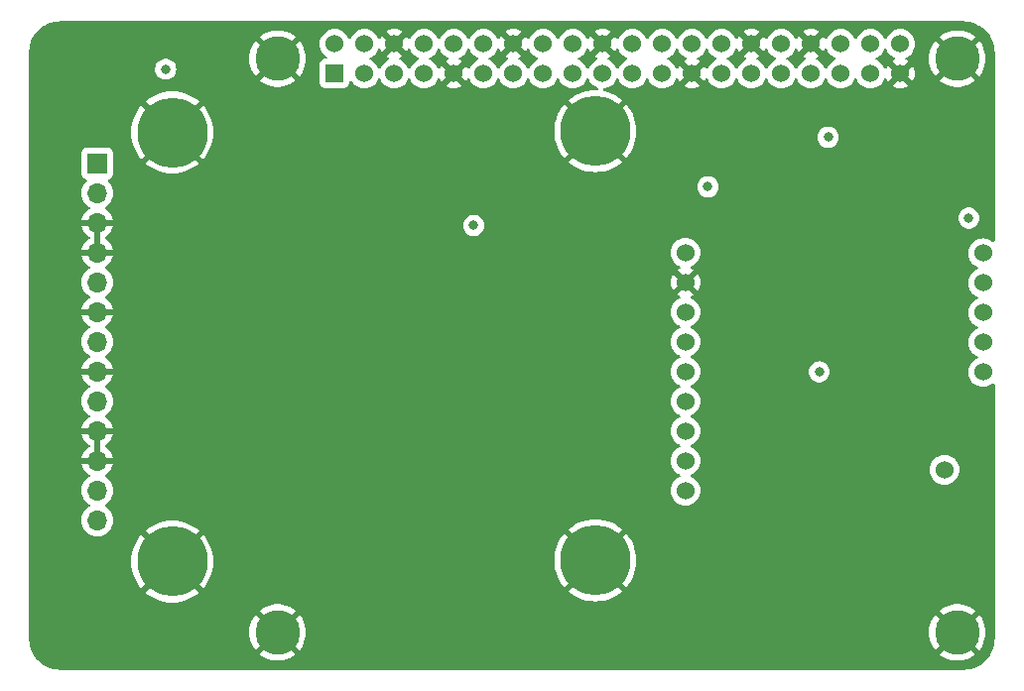
<source format=gbr>
%TF.GenerationSoftware,KiCad,Pcbnew,8.0.5*%
%TF.CreationDate,2024-12-07T17:39:48-08:00*%
%TF.ProjectId,Groundstation_433_Hat,47726f75-6e64-4737-9461-74696f6e5f34,1.2*%
%TF.SameCoordinates,Original*%
%TF.FileFunction,Copper,L2,Inr*%
%TF.FilePolarity,Positive*%
%FSLAX46Y46*%
G04 Gerber Fmt 4.6, Leading zero omitted, Abs format (unit mm)*
G04 Created by KiCad (PCBNEW 8.0.5) date 2024-12-07 17:39:48*
%MOMM*%
%LPD*%
G01*
G04 APERTURE LIST*
%TA.AperFunction,ComponentPad*%
%ADD10R,1.524000X1.524000*%
%TD*%
%TA.AperFunction,ComponentPad*%
%ADD11C,1.524000*%
%TD*%
%TA.AperFunction,ComponentPad*%
%ADD12C,3.812400*%
%TD*%
%TA.AperFunction,ComponentPad*%
%ADD13C,6.000000*%
%TD*%
%TA.AperFunction,ComponentPad*%
%ADD14R,1.700000X1.700000*%
%TD*%
%TA.AperFunction,ComponentPad*%
%ADD15O,1.700000X1.700000*%
%TD*%
%TA.AperFunction,ViaPad*%
%ADD16C,0.800000*%
%TD*%
G04 APERTURE END LIST*
D10*
X138370000Y-64770000D03*
D11*
X138370000Y-62230000D03*
X140910000Y-64770000D03*
X140910000Y-62230000D03*
X143450000Y-64770000D03*
X143450000Y-62230000D03*
X145990000Y-64770000D03*
X145990000Y-62230000D03*
X148530000Y-64770000D03*
X148530000Y-62230000D03*
X151070000Y-64770000D03*
X151070000Y-62230000D03*
X153610000Y-64770000D03*
X153610000Y-62230000D03*
X156150000Y-64770000D03*
X156150000Y-62230000D03*
X158690000Y-64770000D03*
X158690000Y-62230000D03*
X161230000Y-64770000D03*
X161230000Y-62230000D03*
X163770000Y-64770000D03*
X163770000Y-62230000D03*
X166310000Y-64770000D03*
X166310000Y-62230000D03*
X168850000Y-64770000D03*
X168850000Y-62230000D03*
X171390000Y-64770000D03*
X171390000Y-62230000D03*
X173930000Y-64770000D03*
X173930000Y-62230000D03*
X176470000Y-64770000D03*
X176470000Y-62230000D03*
X179010000Y-64770000D03*
X179010000Y-62230000D03*
X181550000Y-64770000D03*
X181550000Y-62230000D03*
X184090000Y-64770000D03*
X184090000Y-62230000D03*
X186630000Y-64770000D03*
X186630000Y-62230000D03*
D12*
X133500000Y-63500000D03*
X191500000Y-63500000D03*
X191500000Y-112500000D03*
X133500000Y-112500000D03*
D13*
X124518408Y-106445774D03*
X160618408Y-106345774D03*
X124518408Y-69795774D03*
X160618408Y-69695774D03*
D11*
X168307575Y-80064234D03*
X168307575Y-82604234D03*
X168307575Y-85144234D03*
X168307575Y-87684234D03*
X168307575Y-90224234D03*
X168307575Y-92764234D03*
X168307575Y-95304234D03*
X168307575Y-97844234D03*
X168307575Y-100384234D03*
X193694899Y-80116567D03*
X193694899Y-82656567D03*
X193694899Y-85196567D03*
X193694899Y-87736567D03*
X193694899Y-90276567D03*
X190418299Y-98607767D03*
D14*
X118130908Y-72440000D03*
D15*
X118130908Y-74980000D03*
X118130908Y-77520000D03*
X118130908Y-80060000D03*
X118130908Y-82600000D03*
X118130908Y-85140000D03*
X118130908Y-87680000D03*
X118130908Y-90220000D03*
X118130908Y-92760000D03*
X118130908Y-95300000D03*
X118130908Y-97840000D03*
X118130908Y-100380000D03*
X118130908Y-102920000D03*
D16*
X167853937Y-66900000D03*
X150228937Y-77750000D03*
X179728937Y-90250000D03*
X170216522Y-74444646D03*
X180478937Y-70206188D03*
X123953937Y-64400000D03*
X192478937Y-77125000D03*
%TA.AperFunction,Conductor*%
G36*
X118380908Y-97406988D02*
G01*
X118323901Y-97374075D01*
X118196734Y-97340000D01*
X118065082Y-97340000D01*
X117937915Y-97374075D01*
X117880908Y-97406988D01*
X117880908Y-95733012D01*
X117937915Y-95765925D01*
X118065082Y-95800000D01*
X118196734Y-95800000D01*
X118323901Y-95765925D01*
X118380908Y-95733012D01*
X118380908Y-97406988D01*
G37*
%TD.AperFunction*%
%TA.AperFunction,Conductor*%
G36*
X118380908Y-79626988D02*
G01*
X118323901Y-79594075D01*
X118196734Y-79560000D01*
X118065082Y-79560000D01*
X117937915Y-79594075D01*
X117880908Y-79626988D01*
X117880908Y-77953012D01*
X117937915Y-77985925D01*
X118065082Y-78020000D01*
X118196734Y-78020000D01*
X118323901Y-77985925D01*
X118380908Y-77953012D01*
X118380908Y-79626988D01*
G37*
%TD.AperFunction*%
%TA.AperFunction,Conductor*%
G36*
X147327865Y-62683435D02*
G01*
X147372382Y-62734811D01*
X147432464Y-62863658D01*
X147432468Y-62863666D01*
X147559170Y-63044615D01*
X147559175Y-63044621D01*
X147715378Y-63200824D01*
X147715384Y-63200829D01*
X147896333Y-63327531D01*
X147896335Y-63327532D01*
X147896338Y-63327534D01*
X147978514Y-63365853D01*
X148025781Y-63387894D01*
X148078220Y-63434066D01*
X148097372Y-63501260D01*
X148077156Y-63568141D01*
X148025781Y-63612658D01*
X147896590Y-63672901D01*
X147831811Y-63718258D01*
X148394057Y-64280504D01*
X148333919Y-64296619D01*
X148218080Y-64363498D01*
X148123498Y-64458080D01*
X148056619Y-64573919D01*
X148040504Y-64634057D01*
X147478258Y-64071811D01*
X147432901Y-64136590D01*
X147372658Y-64265781D01*
X147326485Y-64318220D01*
X147259292Y-64337372D01*
X147192411Y-64317156D01*
X147147894Y-64265781D01*
X147087651Y-64136590D01*
X147087534Y-64136339D01*
X146992125Y-64000080D01*
X146960827Y-63955381D01*
X146905962Y-63900516D01*
X146804620Y-63799174D01*
X146804616Y-63799171D01*
X146804615Y-63799170D01*
X146623666Y-63672468D01*
X146623658Y-63672464D01*
X146494811Y-63612382D01*
X146442371Y-63566210D01*
X146423219Y-63499017D01*
X146443435Y-63432135D01*
X146494811Y-63387618D01*
X146541486Y-63365853D01*
X146623662Y-63327534D01*
X146804620Y-63200826D01*
X146960826Y-63044620D01*
X147087534Y-62863662D01*
X147147618Y-62734811D01*
X147193790Y-62682371D01*
X147260983Y-62663219D01*
X147327865Y-62683435D01*
G37*
%TD.AperFunction*%
%TA.AperFunction,Conductor*%
G36*
X167647865Y-62683435D02*
G01*
X167692382Y-62734811D01*
X167752464Y-62863658D01*
X167752468Y-62863666D01*
X167879170Y-63044615D01*
X167879175Y-63044621D01*
X168035378Y-63200824D01*
X168035384Y-63200829D01*
X168216333Y-63327531D01*
X168216335Y-63327532D01*
X168216338Y-63327534D01*
X168298514Y-63365853D01*
X168345781Y-63387894D01*
X168398220Y-63434066D01*
X168417372Y-63501260D01*
X168397156Y-63568141D01*
X168345781Y-63612658D01*
X168216590Y-63672901D01*
X168151811Y-63718258D01*
X168714057Y-64280504D01*
X168653919Y-64296619D01*
X168538080Y-64363498D01*
X168443498Y-64458080D01*
X168376619Y-64573919D01*
X168360504Y-64634057D01*
X167798258Y-64071811D01*
X167752901Y-64136590D01*
X167692658Y-64265781D01*
X167646485Y-64318220D01*
X167579292Y-64337372D01*
X167512411Y-64317156D01*
X167467894Y-64265781D01*
X167407651Y-64136590D01*
X167407534Y-64136339D01*
X167312125Y-64000080D01*
X167280827Y-63955381D01*
X167225962Y-63900516D01*
X167124620Y-63799174D01*
X167124616Y-63799171D01*
X167124615Y-63799170D01*
X166943666Y-63672468D01*
X166943658Y-63672464D01*
X166814811Y-63612382D01*
X166762371Y-63566210D01*
X166743219Y-63499017D01*
X166763435Y-63432135D01*
X166814811Y-63387618D01*
X166861486Y-63365853D01*
X166943662Y-63327534D01*
X167124620Y-63200826D01*
X167280826Y-63044620D01*
X167407534Y-62863662D01*
X167467618Y-62734811D01*
X167513790Y-62682371D01*
X167580983Y-62663219D01*
X167647865Y-62683435D01*
G37*
%TD.AperFunction*%
%TA.AperFunction,Conductor*%
G36*
X185427865Y-62683435D02*
G01*
X185472382Y-62734811D01*
X185532464Y-62863658D01*
X185532468Y-62863666D01*
X185659170Y-63044615D01*
X185659175Y-63044621D01*
X185815378Y-63200824D01*
X185815384Y-63200829D01*
X185996333Y-63327531D01*
X185996335Y-63327532D01*
X185996338Y-63327534D01*
X186078514Y-63365853D01*
X186125781Y-63387894D01*
X186178220Y-63434066D01*
X186197372Y-63501260D01*
X186177156Y-63568141D01*
X186125781Y-63612658D01*
X185996590Y-63672901D01*
X185931811Y-63718258D01*
X186494057Y-64280504D01*
X186433919Y-64296619D01*
X186318080Y-64363498D01*
X186223498Y-64458080D01*
X186156619Y-64573919D01*
X186140504Y-64634057D01*
X185578258Y-64071811D01*
X185532901Y-64136590D01*
X185472658Y-64265781D01*
X185426485Y-64318220D01*
X185359292Y-64337372D01*
X185292411Y-64317156D01*
X185247894Y-64265781D01*
X185187651Y-64136590D01*
X185187534Y-64136339D01*
X185092125Y-64000080D01*
X185060827Y-63955381D01*
X185005962Y-63900516D01*
X184904620Y-63799174D01*
X184904616Y-63799171D01*
X184904615Y-63799170D01*
X184723666Y-63672468D01*
X184723658Y-63672464D01*
X184594811Y-63612382D01*
X184542371Y-63566210D01*
X184523219Y-63499017D01*
X184543435Y-63432135D01*
X184594811Y-63387618D01*
X184641486Y-63365853D01*
X184723662Y-63327534D01*
X184904620Y-63200826D01*
X185060826Y-63044620D01*
X185187534Y-62863662D01*
X185247618Y-62734811D01*
X185293790Y-62682371D01*
X185360983Y-62663219D01*
X185427865Y-62683435D01*
G37*
%TD.AperFunction*%
%TA.AperFunction,Conductor*%
G36*
X149867865Y-62683435D02*
G01*
X149912382Y-62734811D01*
X149972464Y-62863658D01*
X149972468Y-62863666D01*
X150099170Y-63044615D01*
X150099175Y-63044621D01*
X150255378Y-63200824D01*
X150255384Y-63200829D01*
X150436333Y-63327531D01*
X150436335Y-63327532D01*
X150436338Y-63327534D01*
X150518514Y-63365853D01*
X150565189Y-63387618D01*
X150617628Y-63433790D01*
X150636780Y-63500984D01*
X150616564Y-63567865D01*
X150565189Y-63612382D01*
X150436340Y-63672465D01*
X150436338Y-63672466D01*
X150255377Y-63799175D01*
X150099175Y-63955377D01*
X149972467Y-64136337D01*
X149912105Y-64265782D01*
X149865932Y-64318221D01*
X149798738Y-64337372D01*
X149731857Y-64317156D01*
X149687341Y-64265780D01*
X149627098Y-64136589D01*
X149627097Y-64136587D01*
X149581741Y-64071811D01*
X149581740Y-64071810D01*
X149019494Y-64634056D01*
X149003381Y-64573919D01*
X148936502Y-64458080D01*
X148841920Y-64363498D01*
X148726081Y-64296619D01*
X148665942Y-64280505D01*
X149228188Y-63718259D01*
X149228187Y-63718258D01*
X149163411Y-63672901D01*
X149163405Y-63672898D01*
X149034219Y-63612658D01*
X148981779Y-63566486D01*
X148962627Y-63499293D01*
X148982843Y-63432411D01*
X149034219Y-63387894D01*
X149081486Y-63365853D01*
X149163662Y-63327534D01*
X149344620Y-63200826D01*
X149500826Y-63044620D01*
X149627534Y-62863662D01*
X149687618Y-62734811D01*
X149733790Y-62682371D01*
X149800983Y-62663219D01*
X149867865Y-62683435D01*
G37*
%TD.AperFunction*%
%TA.AperFunction,Conductor*%
G36*
X170187865Y-62683435D02*
G01*
X170232382Y-62734811D01*
X170292464Y-62863658D01*
X170292468Y-62863666D01*
X170419170Y-63044615D01*
X170419175Y-63044621D01*
X170575378Y-63200824D01*
X170575384Y-63200829D01*
X170756333Y-63327531D01*
X170756335Y-63327532D01*
X170756338Y-63327534D01*
X170838514Y-63365853D01*
X170885189Y-63387618D01*
X170937628Y-63433790D01*
X170956780Y-63500984D01*
X170936564Y-63567865D01*
X170885189Y-63612382D01*
X170756340Y-63672465D01*
X170756338Y-63672466D01*
X170575377Y-63799175D01*
X170419175Y-63955377D01*
X170292467Y-64136337D01*
X170232105Y-64265782D01*
X170185932Y-64318221D01*
X170118738Y-64337372D01*
X170051857Y-64317156D01*
X170007341Y-64265780D01*
X169947098Y-64136589D01*
X169947097Y-64136587D01*
X169901741Y-64071811D01*
X169901740Y-64071810D01*
X169339494Y-64634056D01*
X169323381Y-64573919D01*
X169256502Y-64458080D01*
X169161920Y-64363498D01*
X169046081Y-64296619D01*
X168985942Y-64280505D01*
X169548188Y-63718259D01*
X169548187Y-63718258D01*
X169483411Y-63672901D01*
X169483405Y-63672898D01*
X169354219Y-63612658D01*
X169301779Y-63566486D01*
X169282627Y-63499293D01*
X169302843Y-63432411D01*
X169354219Y-63387894D01*
X169401486Y-63365853D01*
X169483662Y-63327534D01*
X169664620Y-63200826D01*
X169820826Y-63044620D01*
X169947534Y-62863662D01*
X170007618Y-62734811D01*
X170053790Y-62682371D01*
X170120983Y-62663219D01*
X170187865Y-62683435D01*
G37*
%TD.AperFunction*%
%TA.AperFunction,Conductor*%
G36*
X142976619Y-62426081D02*
G01*
X143043498Y-62541920D01*
X143138080Y-62636502D01*
X143253919Y-62703381D01*
X143314057Y-62719494D01*
X142751810Y-63281740D01*
X142816589Y-63327098D01*
X142945781Y-63387342D01*
X142998220Y-63433514D01*
X143017372Y-63500708D01*
X142997156Y-63567589D01*
X142945781Y-63612106D01*
X142816340Y-63672465D01*
X142816338Y-63672466D01*
X142635377Y-63799175D01*
X142479175Y-63955377D01*
X142352466Y-64136338D01*
X142352465Y-64136340D01*
X142292382Y-64265189D01*
X142246209Y-64317628D01*
X142179016Y-64336780D01*
X142112135Y-64316564D01*
X142067618Y-64265189D01*
X142007651Y-64136590D01*
X142007534Y-64136339D01*
X141912125Y-64000080D01*
X141880827Y-63955381D01*
X141825962Y-63900516D01*
X141724620Y-63799174D01*
X141724616Y-63799171D01*
X141724615Y-63799170D01*
X141543666Y-63672468D01*
X141543658Y-63672464D01*
X141414811Y-63612382D01*
X141362371Y-63566210D01*
X141343219Y-63499017D01*
X141363435Y-63432135D01*
X141414811Y-63387618D01*
X141461486Y-63365853D01*
X141543662Y-63327534D01*
X141724620Y-63200826D01*
X141880826Y-63044620D01*
X142007534Y-62863662D01*
X142067894Y-62734218D01*
X142114066Y-62681779D01*
X142181259Y-62662627D01*
X142248141Y-62682843D01*
X142292658Y-62734219D01*
X142352898Y-62863405D01*
X142352901Y-62863411D01*
X142398258Y-62928187D01*
X142398259Y-62928188D01*
X142960504Y-62365942D01*
X142976619Y-62426081D01*
G37*
%TD.AperFunction*%
%TA.AperFunction,Conductor*%
G36*
X144501741Y-62928188D02*
G01*
X144547094Y-62863417D01*
X144547095Y-62863416D01*
X144607340Y-62734219D01*
X144653512Y-62681780D01*
X144720706Y-62662627D01*
X144787587Y-62682842D01*
X144832105Y-62734218D01*
X144892466Y-62863662D01*
X144892468Y-62863666D01*
X145019170Y-63044615D01*
X145019175Y-63044621D01*
X145175378Y-63200824D01*
X145175384Y-63200829D01*
X145356333Y-63327531D01*
X145356335Y-63327532D01*
X145356338Y-63327534D01*
X145438514Y-63365853D01*
X145485189Y-63387618D01*
X145537628Y-63433790D01*
X145556780Y-63500984D01*
X145536564Y-63567865D01*
X145485189Y-63612382D01*
X145356340Y-63672465D01*
X145356338Y-63672466D01*
X145175377Y-63799175D01*
X145019175Y-63955377D01*
X144892466Y-64136338D01*
X144892465Y-64136340D01*
X144832382Y-64265189D01*
X144786209Y-64317628D01*
X144719016Y-64336780D01*
X144652135Y-64316564D01*
X144607618Y-64265189D01*
X144547651Y-64136590D01*
X144547534Y-64136339D01*
X144452125Y-64000080D01*
X144420827Y-63955381D01*
X144365962Y-63900516D01*
X144264620Y-63799174D01*
X144264616Y-63799171D01*
X144264615Y-63799170D01*
X144083666Y-63672468D01*
X144083662Y-63672466D01*
X143954218Y-63612105D01*
X143901779Y-63565932D01*
X143882627Y-63498739D01*
X143902843Y-63431858D01*
X143954219Y-63387340D01*
X144083416Y-63327095D01*
X144083417Y-63327094D01*
X144148188Y-63281741D01*
X143585942Y-62719494D01*
X143646081Y-62703381D01*
X143761920Y-62636502D01*
X143856502Y-62541920D01*
X143923381Y-62426081D01*
X143939495Y-62365942D01*
X144501741Y-62928188D01*
G37*
%TD.AperFunction*%
%TA.AperFunction,Conductor*%
G36*
X153136619Y-62426081D02*
G01*
X153203498Y-62541920D01*
X153298080Y-62636502D01*
X153413919Y-62703381D01*
X153474057Y-62719494D01*
X152911810Y-63281740D01*
X152976589Y-63327098D01*
X153105781Y-63387342D01*
X153158220Y-63433514D01*
X153177372Y-63500708D01*
X153157156Y-63567589D01*
X153105781Y-63612106D01*
X152976340Y-63672465D01*
X152976338Y-63672466D01*
X152795377Y-63799175D01*
X152639175Y-63955377D01*
X152512466Y-64136338D01*
X152512465Y-64136340D01*
X152452382Y-64265189D01*
X152406209Y-64317628D01*
X152339016Y-64336780D01*
X152272135Y-64316564D01*
X152227618Y-64265189D01*
X152167651Y-64136590D01*
X152167534Y-64136339D01*
X152072125Y-64000080D01*
X152040827Y-63955381D01*
X151985962Y-63900516D01*
X151884620Y-63799174D01*
X151884616Y-63799171D01*
X151884615Y-63799170D01*
X151703666Y-63672468D01*
X151703658Y-63672464D01*
X151574811Y-63612382D01*
X151522371Y-63566210D01*
X151503219Y-63499017D01*
X151523435Y-63432135D01*
X151574811Y-63387618D01*
X151621486Y-63365853D01*
X151703662Y-63327534D01*
X151884620Y-63200826D01*
X152040826Y-63044620D01*
X152167534Y-62863662D01*
X152227894Y-62734218D01*
X152274066Y-62681779D01*
X152341259Y-62662627D01*
X152408141Y-62682843D01*
X152452658Y-62734219D01*
X152512898Y-62863405D01*
X152512901Y-62863411D01*
X152558258Y-62928187D01*
X152558259Y-62928188D01*
X153120504Y-62365942D01*
X153136619Y-62426081D01*
G37*
%TD.AperFunction*%
%TA.AperFunction,Conductor*%
G36*
X154661741Y-62928188D02*
G01*
X154707094Y-62863417D01*
X154707095Y-62863416D01*
X154767340Y-62734219D01*
X154813512Y-62681780D01*
X154880706Y-62662627D01*
X154947587Y-62682842D01*
X154992105Y-62734218D01*
X155052466Y-62863662D01*
X155052468Y-62863666D01*
X155179170Y-63044615D01*
X155179175Y-63044621D01*
X155335378Y-63200824D01*
X155335384Y-63200829D01*
X155516333Y-63327531D01*
X155516335Y-63327532D01*
X155516338Y-63327534D01*
X155598514Y-63365853D01*
X155645189Y-63387618D01*
X155697628Y-63433790D01*
X155716780Y-63500984D01*
X155696564Y-63567865D01*
X155645189Y-63612382D01*
X155516340Y-63672465D01*
X155516338Y-63672466D01*
X155335377Y-63799175D01*
X155179175Y-63955377D01*
X155052466Y-64136338D01*
X155052465Y-64136340D01*
X154992382Y-64265189D01*
X154946209Y-64317628D01*
X154879016Y-64336780D01*
X154812135Y-64316564D01*
X154767618Y-64265189D01*
X154707651Y-64136590D01*
X154707534Y-64136339D01*
X154612125Y-64000080D01*
X154580827Y-63955381D01*
X154525962Y-63900516D01*
X154424620Y-63799174D01*
X154424616Y-63799171D01*
X154424615Y-63799170D01*
X154243666Y-63672468D01*
X154243662Y-63672466D01*
X154114218Y-63612105D01*
X154061779Y-63565932D01*
X154042627Y-63498739D01*
X154062843Y-63431858D01*
X154114219Y-63387340D01*
X154243416Y-63327095D01*
X154243417Y-63327094D01*
X154308188Y-63281741D01*
X153745942Y-62719494D01*
X153806081Y-62703381D01*
X153921920Y-62636502D01*
X154016502Y-62541920D01*
X154083381Y-62426081D01*
X154099495Y-62365942D01*
X154661741Y-62928188D01*
G37*
%TD.AperFunction*%
%TA.AperFunction,Conductor*%
G36*
X160756619Y-62426081D02*
G01*
X160823498Y-62541920D01*
X160918080Y-62636502D01*
X161033919Y-62703381D01*
X161094057Y-62719494D01*
X160531810Y-63281740D01*
X160596589Y-63327098D01*
X160725781Y-63387342D01*
X160778220Y-63433514D01*
X160797372Y-63500708D01*
X160777156Y-63567589D01*
X160725781Y-63612106D01*
X160596340Y-63672465D01*
X160596338Y-63672466D01*
X160415377Y-63799175D01*
X160259175Y-63955377D01*
X160132466Y-64136338D01*
X160132465Y-64136340D01*
X160072382Y-64265189D01*
X160026209Y-64317628D01*
X159959016Y-64336780D01*
X159892135Y-64316564D01*
X159847618Y-64265189D01*
X159787651Y-64136590D01*
X159787534Y-64136339D01*
X159692125Y-64000080D01*
X159660827Y-63955381D01*
X159605962Y-63900516D01*
X159504620Y-63799174D01*
X159504616Y-63799171D01*
X159504615Y-63799170D01*
X159323666Y-63672468D01*
X159323658Y-63672464D01*
X159194811Y-63612382D01*
X159142371Y-63566210D01*
X159123219Y-63499017D01*
X159143435Y-63432135D01*
X159194811Y-63387618D01*
X159241486Y-63365853D01*
X159323662Y-63327534D01*
X159504620Y-63200826D01*
X159660826Y-63044620D01*
X159787534Y-62863662D01*
X159847894Y-62734218D01*
X159894066Y-62681779D01*
X159961259Y-62662627D01*
X160028141Y-62682843D01*
X160072658Y-62734219D01*
X160132898Y-62863405D01*
X160132901Y-62863411D01*
X160178258Y-62928187D01*
X160178259Y-62928188D01*
X160740504Y-62365942D01*
X160756619Y-62426081D01*
G37*
%TD.AperFunction*%
%TA.AperFunction,Conductor*%
G36*
X162281741Y-62928188D02*
G01*
X162327094Y-62863417D01*
X162327095Y-62863416D01*
X162387340Y-62734219D01*
X162433512Y-62681780D01*
X162500706Y-62662627D01*
X162567587Y-62682842D01*
X162612105Y-62734218D01*
X162672466Y-62863662D01*
X162672468Y-62863666D01*
X162799170Y-63044615D01*
X162799175Y-63044621D01*
X162955378Y-63200824D01*
X162955384Y-63200829D01*
X163136333Y-63327531D01*
X163136335Y-63327532D01*
X163136338Y-63327534D01*
X163218514Y-63365853D01*
X163265189Y-63387618D01*
X163317628Y-63433790D01*
X163336780Y-63500984D01*
X163316564Y-63567865D01*
X163265189Y-63612382D01*
X163136340Y-63672465D01*
X163136338Y-63672466D01*
X162955377Y-63799175D01*
X162799175Y-63955377D01*
X162672466Y-64136338D01*
X162672465Y-64136340D01*
X162612382Y-64265189D01*
X162566209Y-64317628D01*
X162499016Y-64336780D01*
X162432135Y-64316564D01*
X162387618Y-64265189D01*
X162327651Y-64136590D01*
X162327534Y-64136339D01*
X162232125Y-64000080D01*
X162200827Y-63955381D01*
X162145962Y-63900516D01*
X162044620Y-63799174D01*
X162044616Y-63799171D01*
X162044615Y-63799170D01*
X161863666Y-63672468D01*
X161863662Y-63672466D01*
X161734218Y-63612105D01*
X161681779Y-63565932D01*
X161662627Y-63498739D01*
X161682843Y-63431858D01*
X161734219Y-63387340D01*
X161863416Y-63327095D01*
X161863417Y-63327094D01*
X161928188Y-63281741D01*
X161365942Y-62719494D01*
X161426081Y-62703381D01*
X161541920Y-62636502D01*
X161636502Y-62541920D01*
X161703381Y-62426081D01*
X161719495Y-62365942D01*
X162281741Y-62928188D01*
G37*
%TD.AperFunction*%
%TA.AperFunction,Conductor*%
G36*
X173456619Y-62426081D02*
G01*
X173523498Y-62541920D01*
X173618080Y-62636502D01*
X173733919Y-62703381D01*
X173794057Y-62719494D01*
X173231810Y-63281740D01*
X173296589Y-63327098D01*
X173425781Y-63387342D01*
X173478220Y-63433514D01*
X173497372Y-63500708D01*
X173477156Y-63567589D01*
X173425781Y-63612106D01*
X173296340Y-63672465D01*
X173296338Y-63672466D01*
X173115377Y-63799175D01*
X172959175Y-63955377D01*
X172832466Y-64136338D01*
X172832465Y-64136340D01*
X172772382Y-64265189D01*
X172726209Y-64317628D01*
X172659016Y-64336780D01*
X172592135Y-64316564D01*
X172547618Y-64265189D01*
X172487651Y-64136590D01*
X172487534Y-64136339D01*
X172392125Y-64000080D01*
X172360827Y-63955381D01*
X172305962Y-63900516D01*
X172204620Y-63799174D01*
X172204616Y-63799171D01*
X172204615Y-63799170D01*
X172023666Y-63672468D01*
X172023658Y-63672464D01*
X171894811Y-63612382D01*
X171842371Y-63566210D01*
X171823219Y-63499017D01*
X171843435Y-63432135D01*
X171894811Y-63387618D01*
X171941486Y-63365853D01*
X172023662Y-63327534D01*
X172204620Y-63200826D01*
X172360826Y-63044620D01*
X172487534Y-62863662D01*
X172547894Y-62734218D01*
X172594066Y-62681779D01*
X172661259Y-62662627D01*
X172728141Y-62682843D01*
X172772658Y-62734219D01*
X172832898Y-62863405D01*
X172832901Y-62863411D01*
X172878258Y-62928187D01*
X172878259Y-62928188D01*
X173440504Y-62365942D01*
X173456619Y-62426081D01*
G37*
%TD.AperFunction*%
%TA.AperFunction,Conductor*%
G36*
X174981741Y-62928188D02*
G01*
X175027094Y-62863417D01*
X175027095Y-62863416D01*
X175087340Y-62734219D01*
X175133512Y-62681780D01*
X175200706Y-62662627D01*
X175267587Y-62682842D01*
X175312105Y-62734218D01*
X175372466Y-62863662D01*
X175372468Y-62863666D01*
X175499170Y-63044615D01*
X175499175Y-63044621D01*
X175655378Y-63200824D01*
X175655384Y-63200829D01*
X175836333Y-63327531D01*
X175836335Y-63327532D01*
X175836338Y-63327534D01*
X175918514Y-63365853D01*
X175965189Y-63387618D01*
X176017628Y-63433790D01*
X176036780Y-63500984D01*
X176016564Y-63567865D01*
X175965189Y-63612382D01*
X175836340Y-63672465D01*
X175836338Y-63672466D01*
X175655377Y-63799175D01*
X175499175Y-63955377D01*
X175372466Y-64136338D01*
X175372465Y-64136340D01*
X175312382Y-64265189D01*
X175266209Y-64317628D01*
X175199016Y-64336780D01*
X175132135Y-64316564D01*
X175087618Y-64265189D01*
X175027651Y-64136590D01*
X175027534Y-64136339D01*
X174932125Y-64000080D01*
X174900827Y-63955381D01*
X174845962Y-63900516D01*
X174744620Y-63799174D01*
X174744616Y-63799171D01*
X174744615Y-63799170D01*
X174563666Y-63672468D01*
X174563662Y-63672466D01*
X174434218Y-63612105D01*
X174381779Y-63565932D01*
X174362627Y-63498739D01*
X174382843Y-63431858D01*
X174434219Y-63387340D01*
X174563416Y-63327095D01*
X174563417Y-63327094D01*
X174628188Y-63281741D01*
X174065942Y-62719494D01*
X174126081Y-62703381D01*
X174241920Y-62636502D01*
X174336502Y-62541920D01*
X174403381Y-62426081D01*
X174419495Y-62365942D01*
X174981741Y-62928188D01*
G37*
%TD.AperFunction*%
%TA.AperFunction,Conductor*%
G36*
X178536619Y-62426081D02*
G01*
X178603498Y-62541920D01*
X178698080Y-62636502D01*
X178813919Y-62703381D01*
X178874057Y-62719494D01*
X178311810Y-63281740D01*
X178376589Y-63327098D01*
X178505781Y-63387342D01*
X178558220Y-63433514D01*
X178577372Y-63500708D01*
X178557156Y-63567589D01*
X178505781Y-63612106D01*
X178376340Y-63672465D01*
X178376338Y-63672466D01*
X178195377Y-63799175D01*
X178039175Y-63955377D01*
X177912466Y-64136338D01*
X177912465Y-64136340D01*
X177852382Y-64265189D01*
X177806209Y-64317628D01*
X177739016Y-64336780D01*
X177672135Y-64316564D01*
X177627618Y-64265189D01*
X177567651Y-64136590D01*
X177567534Y-64136339D01*
X177472125Y-64000080D01*
X177440827Y-63955381D01*
X177385962Y-63900516D01*
X177284620Y-63799174D01*
X177284616Y-63799171D01*
X177284615Y-63799170D01*
X177103666Y-63672468D01*
X177103658Y-63672464D01*
X176974811Y-63612382D01*
X176922371Y-63566210D01*
X176903219Y-63499017D01*
X176923435Y-63432135D01*
X176974811Y-63387618D01*
X177021486Y-63365853D01*
X177103662Y-63327534D01*
X177284620Y-63200826D01*
X177440826Y-63044620D01*
X177567534Y-62863662D01*
X177627894Y-62734218D01*
X177674066Y-62681779D01*
X177741259Y-62662627D01*
X177808141Y-62682843D01*
X177852658Y-62734219D01*
X177912898Y-62863405D01*
X177912901Y-62863411D01*
X177958258Y-62928187D01*
X177958259Y-62928188D01*
X178520504Y-62365942D01*
X178536619Y-62426081D01*
G37*
%TD.AperFunction*%
%TA.AperFunction,Conductor*%
G36*
X180061741Y-62928188D02*
G01*
X180107094Y-62863417D01*
X180107095Y-62863416D01*
X180167340Y-62734219D01*
X180213512Y-62681780D01*
X180280706Y-62662627D01*
X180347587Y-62682842D01*
X180392105Y-62734218D01*
X180452466Y-62863662D01*
X180452468Y-62863666D01*
X180579170Y-63044615D01*
X180579175Y-63044621D01*
X180735378Y-63200824D01*
X180735384Y-63200829D01*
X180916333Y-63327531D01*
X180916335Y-63327532D01*
X180916338Y-63327534D01*
X180998514Y-63365853D01*
X181045189Y-63387618D01*
X181097628Y-63433790D01*
X181116780Y-63500984D01*
X181096564Y-63567865D01*
X181045189Y-63612382D01*
X180916340Y-63672465D01*
X180916338Y-63672466D01*
X180735377Y-63799175D01*
X180579175Y-63955377D01*
X180452466Y-64136338D01*
X180452465Y-64136340D01*
X180392382Y-64265189D01*
X180346209Y-64317628D01*
X180279016Y-64336780D01*
X180212135Y-64316564D01*
X180167618Y-64265189D01*
X180107651Y-64136590D01*
X180107534Y-64136339D01*
X180012125Y-64000080D01*
X179980827Y-63955381D01*
X179925962Y-63900516D01*
X179824620Y-63799174D01*
X179824616Y-63799171D01*
X179824615Y-63799170D01*
X179643666Y-63672468D01*
X179643662Y-63672466D01*
X179514218Y-63612105D01*
X179461779Y-63565932D01*
X179442627Y-63498739D01*
X179462843Y-63431858D01*
X179514219Y-63387340D01*
X179643416Y-63327095D01*
X179643417Y-63327094D01*
X179708188Y-63281741D01*
X179145942Y-62719494D01*
X179206081Y-62703381D01*
X179321920Y-62636502D01*
X179416502Y-62541920D01*
X179483381Y-62426081D01*
X179499495Y-62365942D01*
X180061741Y-62928188D01*
G37*
%TD.AperFunction*%
%TA.AperFunction,Conductor*%
G36*
X192003472Y-60300695D02*
G01*
X192295306Y-60317084D01*
X192309103Y-60318638D01*
X192593827Y-60367015D01*
X192607384Y-60370109D01*
X192884899Y-60450060D01*
X192898025Y-60454653D01*
X193164841Y-60565172D01*
X193177355Y-60571198D01*
X193343444Y-60662992D01*
X193430125Y-60710899D01*
X193441899Y-60718297D01*
X193677430Y-60885415D01*
X193688302Y-60894085D01*
X193903642Y-61086524D01*
X193913475Y-61096357D01*
X194105914Y-61311697D01*
X194114584Y-61322569D01*
X194281702Y-61558100D01*
X194289100Y-61569874D01*
X194428797Y-61822637D01*
X194434830Y-61835165D01*
X194545346Y-62101975D01*
X194549939Y-62115100D01*
X194629890Y-62392615D01*
X194632984Y-62406172D01*
X194681359Y-62690885D01*
X194682916Y-62704703D01*
X194699305Y-62996527D01*
X194699500Y-63003480D01*
X194699500Y-79040565D01*
X194679815Y-79107604D01*
X194627011Y-79153359D01*
X194557853Y-79163303D01*
X194504377Y-79142140D01*
X194328565Y-79019035D01*
X194328561Y-79019033D01*
X194216336Y-78966702D01*
X194128349Y-78925673D01*
X194128346Y-78925672D01*
X194128344Y-78925671D01*
X193914969Y-78868497D01*
X193914961Y-78868496D01*
X193694901Y-78849244D01*
X193694897Y-78849244D01*
X193474836Y-78868496D01*
X193474828Y-78868497D01*
X193261453Y-78925671D01*
X193261447Y-78925674D01*
X193061239Y-79019032D01*
X193061237Y-79019033D01*
X192880276Y-79145742D01*
X192724074Y-79301944D01*
X192597365Y-79482905D01*
X192597364Y-79482907D01*
X192504006Y-79683115D01*
X192504003Y-79683121D01*
X192446829Y-79896496D01*
X192446828Y-79896504D01*
X192427576Y-80116564D01*
X192427576Y-80116569D01*
X192446828Y-80336629D01*
X192446829Y-80336637D01*
X192504003Y-80550012D01*
X192504004Y-80550014D01*
X192504005Y-80550017D01*
X192572962Y-80697896D01*
X192597365Y-80750229D01*
X192597367Y-80750233D01*
X192724069Y-80931182D01*
X192724074Y-80931188D01*
X192880277Y-81087391D01*
X192880283Y-81087396D01*
X193061232Y-81214098D01*
X193061234Y-81214099D01*
X193061237Y-81214101D01*
X193177468Y-81268300D01*
X193190088Y-81274185D01*
X193242527Y-81320357D01*
X193261679Y-81387551D01*
X193241463Y-81454432D01*
X193190088Y-81498949D01*
X193061239Y-81559032D01*
X193061237Y-81559033D01*
X192880276Y-81685742D01*
X192724074Y-81841944D01*
X192597365Y-82022905D01*
X192597364Y-82022907D01*
X192504006Y-82223115D01*
X192504003Y-82223121D01*
X192446829Y-82436496D01*
X192446828Y-82436504D01*
X192427576Y-82656564D01*
X192427576Y-82656569D01*
X192446828Y-82876629D01*
X192446829Y-82876637D01*
X192504003Y-83090012D01*
X192504004Y-83090014D01*
X192504005Y-83090017D01*
X192572842Y-83237639D01*
X192597365Y-83290229D01*
X192597367Y-83290233D01*
X192724069Y-83471182D01*
X192724074Y-83471188D01*
X192880277Y-83627391D01*
X192880283Y-83627396D01*
X193061232Y-83754098D01*
X193061234Y-83754099D01*
X193061237Y-83754101D01*
X193172733Y-83806092D01*
X193190088Y-83814185D01*
X193242527Y-83860357D01*
X193261679Y-83927551D01*
X193241463Y-83994432D01*
X193190088Y-84038949D01*
X193061239Y-84099032D01*
X193061237Y-84099033D01*
X192880276Y-84225742D01*
X192724074Y-84381944D01*
X192597365Y-84562905D01*
X192597364Y-84562907D01*
X192504006Y-84763115D01*
X192504003Y-84763121D01*
X192446829Y-84976496D01*
X192446828Y-84976504D01*
X192427576Y-85196564D01*
X192427576Y-85196569D01*
X192446828Y-85416629D01*
X192446829Y-85416637D01*
X192504003Y-85630012D01*
X192504004Y-85630014D01*
X192504005Y-85630017D01*
X192572962Y-85777896D01*
X192597365Y-85830229D01*
X192597367Y-85830233D01*
X192724069Y-86011182D01*
X192724074Y-86011188D01*
X192880277Y-86167391D01*
X192880283Y-86167396D01*
X193061232Y-86294098D01*
X193061234Y-86294099D01*
X193061237Y-86294101D01*
X193149220Y-86335128D01*
X193190088Y-86354185D01*
X193242527Y-86400357D01*
X193261679Y-86467551D01*
X193241463Y-86534432D01*
X193190088Y-86578949D01*
X193061239Y-86639032D01*
X193061237Y-86639033D01*
X192880276Y-86765742D01*
X192724074Y-86921944D01*
X192597365Y-87102905D01*
X192597364Y-87102907D01*
X192504006Y-87303115D01*
X192504003Y-87303121D01*
X192446829Y-87516496D01*
X192446828Y-87516504D01*
X192427576Y-87736564D01*
X192427576Y-87736569D01*
X192446828Y-87956629D01*
X192446829Y-87956637D01*
X192504003Y-88170012D01*
X192504004Y-88170014D01*
X192504005Y-88170017D01*
X192572962Y-88317896D01*
X192597365Y-88370229D01*
X192597367Y-88370233D01*
X192724069Y-88551182D01*
X192724074Y-88551188D01*
X192880277Y-88707391D01*
X192880283Y-88707396D01*
X193061232Y-88834098D01*
X193061234Y-88834099D01*
X193061237Y-88834101D01*
X193149220Y-88875128D01*
X193190088Y-88894185D01*
X193242527Y-88940357D01*
X193261679Y-89007551D01*
X193241463Y-89074432D01*
X193190088Y-89118949D01*
X193061239Y-89179032D01*
X193061237Y-89179033D01*
X192880276Y-89305742D01*
X192724074Y-89461944D01*
X192597365Y-89642905D01*
X192597364Y-89642907D01*
X192504006Y-89843115D01*
X192504003Y-89843121D01*
X192446829Y-90056496D01*
X192446828Y-90056504D01*
X192427576Y-90276564D01*
X192427576Y-90276569D01*
X192446828Y-90496629D01*
X192446829Y-90496637D01*
X192504003Y-90710012D01*
X192504004Y-90710014D01*
X192504005Y-90710017D01*
X192537671Y-90782214D01*
X192597365Y-90910229D01*
X192597367Y-90910233D01*
X192724069Y-91091182D01*
X192724074Y-91091188D01*
X192880277Y-91247391D01*
X192880283Y-91247396D01*
X193061232Y-91374098D01*
X193061234Y-91374099D01*
X193061237Y-91374101D01*
X193261449Y-91467461D01*
X193474831Y-91524637D01*
X193612624Y-91536692D01*
X193694897Y-91543890D01*
X193694899Y-91543890D01*
X193694901Y-91543890D01*
X193749916Y-91539076D01*
X193914967Y-91524637D01*
X194128349Y-91467461D01*
X194328561Y-91374101D01*
X194504379Y-91250991D01*
X194570582Y-91228666D01*
X194638350Y-91245676D01*
X194686163Y-91296624D01*
X194699500Y-91352568D01*
X194699500Y-112996519D01*
X194699305Y-113003472D01*
X194682916Y-113295296D01*
X194681359Y-113309114D01*
X194632984Y-113593827D01*
X194629890Y-113607384D01*
X194549939Y-113884899D01*
X194545346Y-113898024D01*
X194434830Y-114164834D01*
X194428797Y-114177362D01*
X194289100Y-114430125D01*
X194281702Y-114441899D01*
X194114584Y-114677430D01*
X194105914Y-114688302D01*
X193913475Y-114903642D01*
X193903642Y-114913475D01*
X193688302Y-115105914D01*
X193677430Y-115114584D01*
X193441899Y-115281702D01*
X193430125Y-115289100D01*
X193177362Y-115428797D01*
X193164834Y-115434830D01*
X192898024Y-115545346D01*
X192884899Y-115549939D01*
X192607384Y-115629890D01*
X192593827Y-115632984D01*
X192309114Y-115681359D01*
X192295296Y-115682916D01*
X192003472Y-115699305D01*
X191996519Y-115699500D01*
X115003497Y-115699500D01*
X114996540Y-115699305D01*
X114704709Y-115682907D01*
X114690892Y-115681349D01*
X114406188Y-115632968D01*
X114392632Y-115629874D01*
X114115117Y-115549916D01*
X114101993Y-115545323D01*
X113835189Y-115434805D01*
X113822661Y-115428772D01*
X113569900Y-115289072D01*
X113558126Y-115281674D01*
X113322592Y-115114551D01*
X113311734Y-115105892D01*
X113096385Y-114913443D01*
X113086555Y-114903613D01*
X113054954Y-114868252D01*
X112894105Y-114688263D01*
X112885453Y-114677413D01*
X112718324Y-114441871D01*
X112710927Y-114430099D01*
X112575135Y-114184408D01*
X112571223Y-114177331D01*
X112565198Y-114164818D01*
X112454676Y-113898006D01*
X112450083Y-113884882D01*
X112437481Y-113841143D01*
X112370122Y-113607356D01*
X112367033Y-113593823D01*
X112318648Y-113309096D01*
X112317093Y-113295296D01*
X112300695Y-113003459D01*
X112300500Y-112996503D01*
X112300500Y-112499994D01*
X131089043Y-112499994D01*
X131089043Y-112500005D01*
X131108052Y-112802165D01*
X131164790Y-113099586D01*
X131258348Y-113387529D01*
X131387265Y-113661492D01*
X131549491Y-113917120D01*
X131630908Y-114015536D01*
X132366829Y-113279615D01*
X132451209Y-113395753D01*
X132604247Y-113548791D01*
X132720383Y-113633168D01*
X131982126Y-114371425D01*
X132208141Y-114535635D01*
X132208145Y-114535637D01*
X132473471Y-114681502D01*
X132473472Y-114681503D01*
X132754969Y-114792955D01*
X132754972Y-114792956D01*
X133048235Y-114868252D01*
X133348605Y-114906199D01*
X133348617Y-114906200D01*
X133651383Y-114906200D01*
X133651394Y-114906199D01*
X133951764Y-114868252D01*
X134245027Y-114792956D01*
X134245030Y-114792955D01*
X134526527Y-114681503D01*
X134526535Y-114681499D01*
X134791845Y-114535644D01*
X135017871Y-114371425D01*
X135017872Y-114371425D01*
X134279616Y-113633169D01*
X134395753Y-113548791D01*
X134548791Y-113395753D01*
X134633169Y-113279616D01*
X135369090Y-114015537D01*
X135450511Y-113917115D01*
X135612734Y-113661492D01*
X135741651Y-113387529D01*
X135835209Y-113099586D01*
X135891947Y-112802165D01*
X135910957Y-112500005D01*
X135910957Y-112499994D01*
X189089043Y-112499994D01*
X189089043Y-112500005D01*
X189108052Y-112802165D01*
X189164790Y-113099586D01*
X189258348Y-113387529D01*
X189387265Y-113661492D01*
X189549491Y-113917120D01*
X189630908Y-114015536D01*
X190366829Y-113279615D01*
X190451209Y-113395753D01*
X190604247Y-113548791D01*
X190720383Y-113633168D01*
X189982126Y-114371425D01*
X190208141Y-114535635D01*
X190208145Y-114535637D01*
X190473471Y-114681502D01*
X190473472Y-114681503D01*
X190754969Y-114792955D01*
X190754972Y-114792956D01*
X191048235Y-114868252D01*
X191348605Y-114906199D01*
X191348617Y-114906200D01*
X191651383Y-114906200D01*
X191651394Y-114906199D01*
X191951764Y-114868252D01*
X192245027Y-114792956D01*
X192245030Y-114792955D01*
X192526527Y-114681503D01*
X192526535Y-114681499D01*
X192791845Y-114535644D01*
X193017871Y-114371425D01*
X193017872Y-114371425D01*
X192279616Y-113633169D01*
X192395753Y-113548791D01*
X192548791Y-113395753D01*
X192633169Y-113279616D01*
X193369090Y-114015537D01*
X193450511Y-113917115D01*
X193612734Y-113661492D01*
X193741651Y-113387529D01*
X193835209Y-113099586D01*
X193891947Y-112802165D01*
X193910957Y-112500005D01*
X193910957Y-112499994D01*
X193891947Y-112197834D01*
X193835209Y-111900413D01*
X193741651Y-111612470D01*
X193612734Y-111338507D01*
X193450508Y-111082879D01*
X193369089Y-110984461D01*
X192633168Y-111720382D01*
X192548791Y-111604247D01*
X192395753Y-111451209D01*
X192279615Y-111366830D01*
X193017872Y-110628573D01*
X192791858Y-110464364D01*
X192791854Y-110464362D01*
X192526528Y-110318497D01*
X192526527Y-110318496D01*
X192245030Y-110207044D01*
X192245027Y-110207043D01*
X191951764Y-110131747D01*
X191651394Y-110093800D01*
X191348605Y-110093800D01*
X191048235Y-110131747D01*
X190754972Y-110207043D01*
X190754969Y-110207044D01*
X190473472Y-110318496D01*
X190473471Y-110318497D01*
X190208145Y-110464362D01*
X190208133Y-110464369D01*
X189982127Y-110628571D01*
X189982126Y-110628573D01*
X190720383Y-111366830D01*
X190604247Y-111451209D01*
X190451209Y-111604247D01*
X190366830Y-111720383D01*
X189630908Y-110984461D01*
X189549491Y-111082879D01*
X189387265Y-111338507D01*
X189258348Y-111612470D01*
X189164790Y-111900413D01*
X189108052Y-112197834D01*
X189089043Y-112499994D01*
X135910957Y-112499994D01*
X135891947Y-112197834D01*
X135835209Y-111900413D01*
X135741651Y-111612470D01*
X135612734Y-111338507D01*
X135450508Y-111082879D01*
X135369089Y-110984461D01*
X134633168Y-111720382D01*
X134548791Y-111604247D01*
X134395753Y-111451209D01*
X134279615Y-111366830D01*
X135017872Y-110628573D01*
X134791858Y-110464364D01*
X134791854Y-110464362D01*
X134526528Y-110318497D01*
X134526527Y-110318496D01*
X134245030Y-110207044D01*
X134245027Y-110207043D01*
X133951764Y-110131747D01*
X133651394Y-110093800D01*
X133348605Y-110093800D01*
X133048235Y-110131747D01*
X132754972Y-110207043D01*
X132754969Y-110207044D01*
X132473472Y-110318496D01*
X132473471Y-110318497D01*
X132208145Y-110464362D01*
X132208133Y-110464369D01*
X131982127Y-110628571D01*
X131982126Y-110628573D01*
X132720383Y-111366830D01*
X132604247Y-111451209D01*
X132451209Y-111604247D01*
X132366830Y-111720383D01*
X131630908Y-110984461D01*
X131549491Y-111082879D01*
X131387265Y-111338507D01*
X131258348Y-111612470D01*
X131164790Y-111900413D01*
X131108052Y-112197834D01*
X131089043Y-112499994D01*
X112300500Y-112499994D01*
X112300500Y-106445773D01*
X121013605Y-106445773D01*
X121013605Y-106445774D01*
X121032805Y-106812127D01*
X121090192Y-107174458D01*
X121090192Y-107174460D01*
X121185144Y-107528825D01*
X121316612Y-107871309D01*
X121483162Y-108198180D01*
X121682961Y-108505844D01*
X121871705Y-108738922D01*
X122582596Y-108028031D01*
X122651366Y-108114265D01*
X122849917Y-108312816D01*
X122936149Y-108381584D01*
X122225258Y-109092475D01*
X122458337Y-109281220D01*
X122766001Y-109481019D01*
X123092872Y-109647569D01*
X123435356Y-109779037D01*
X123789722Y-109873989D01*
X124152054Y-109931376D01*
X124518407Y-109950577D01*
X124518409Y-109950577D01*
X124884761Y-109931376D01*
X125247092Y-109873989D01*
X125247094Y-109873989D01*
X125601459Y-109779037D01*
X125943943Y-109647569D01*
X126270814Y-109481019D01*
X126578472Y-109281224D01*
X126811556Y-109092475D01*
X126100666Y-108381585D01*
X126186899Y-108312816D01*
X126385450Y-108114265D01*
X126454219Y-108028032D01*
X127165109Y-108738922D01*
X127353858Y-108505838D01*
X127553653Y-108198180D01*
X127720203Y-107871309D01*
X127851671Y-107528825D01*
X127946623Y-107174460D01*
X127946623Y-107174458D01*
X128004010Y-106812127D01*
X128023211Y-106445774D01*
X128023211Y-106445773D01*
X128017970Y-106345773D01*
X157113605Y-106345773D01*
X157113605Y-106345774D01*
X157132805Y-106712127D01*
X157190192Y-107074458D01*
X157190192Y-107074460D01*
X157285144Y-107428825D01*
X157416612Y-107771309D01*
X157583162Y-108098180D01*
X157782961Y-108405844D01*
X157971705Y-108638922D01*
X158682596Y-107928031D01*
X158751366Y-108014265D01*
X158949917Y-108212816D01*
X159036149Y-108281584D01*
X158325258Y-108992475D01*
X158558337Y-109181220D01*
X158866001Y-109381019D01*
X159192872Y-109547569D01*
X159535356Y-109679037D01*
X159889722Y-109773989D01*
X160252054Y-109831376D01*
X160618407Y-109850577D01*
X160618409Y-109850577D01*
X160984761Y-109831376D01*
X161347092Y-109773989D01*
X161347094Y-109773989D01*
X161701459Y-109679037D01*
X162043943Y-109547569D01*
X162370814Y-109381019D01*
X162678472Y-109181224D01*
X162911556Y-108992475D01*
X162200666Y-108281585D01*
X162286899Y-108212816D01*
X162485450Y-108014265D01*
X162554219Y-107928032D01*
X163265109Y-108638922D01*
X163453858Y-108405838D01*
X163653653Y-108098180D01*
X163820203Y-107771309D01*
X163951671Y-107428825D01*
X164046623Y-107074460D01*
X164046623Y-107074458D01*
X164104010Y-106712127D01*
X164123211Y-106345774D01*
X164123211Y-106345773D01*
X164104010Y-105979420D01*
X164046623Y-105617089D01*
X164046623Y-105617087D01*
X163951671Y-105262722D01*
X163820203Y-104920238D01*
X163653653Y-104593368D01*
X163453854Y-104285703D01*
X163265109Y-104052624D01*
X162554218Y-104763515D01*
X162485450Y-104677283D01*
X162286899Y-104478732D01*
X162200665Y-104409962D01*
X162911557Y-103699071D01*
X162678478Y-103510327D01*
X162370814Y-103310528D01*
X162043943Y-103143978D01*
X161701459Y-103012510D01*
X161347093Y-102917558D01*
X160984761Y-102860171D01*
X160618409Y-102840971D01*
X160618407Y-102840971D01*
X160252054Y-102860171D01*
X159889723Y-102917558D01*
X159889721Y-102917558D01*
X159535356Y-103012510D01*
X159192872Y-103143978D01*
X158866002Y-103310528D01*
X158558332Y-103510331D01*
X158325257Y-103699070D01*
X158325257Y-103699071D01*
X159036149Y-104409963D01*
X158949917Y-104478732D01*
X158751366Y-104677283D01*
X158682597Y-104763515D01*
X157971705Y-104052623D01*
X157971704Y-104052623D01*
X157782965Y-104285698D01*
X157583162Y-104593368D01*
X157416612Y-104920238D01*
X157285144Y-105262722D01*
X157190192Y-105617087D01*
X157190192Y-105617089D01*
X157132805Y-105979420D01*
X157113605Y-106345773D01*
X128017970Y-106345773D01*
X128004010Y-106079420D01*
X127946623Y-105717089D01*
X127946623Y-105717087D01*
X127851671Y-105362722D01*
X127720203Y-105020238D01*
X127553653Y-104693368D01*
X127353854Y-104385703D01*
X127165109Y-104152624D01*
X126454218Y-104863515D01*
X126385450Y-104777283D01*
X126186899Y-104578732D01*
X126100665Y-104509962D01*
X126811557Y-103799071D01*
X126578478Y-103610327D01*
X126270814Y-103410528D01*
X125943943Y-103243978D01*
X125601459Y-103112510D01*
X125247093Y-103017558D01*
X124884761Y-102960171D01*
X124518409Y-102940971D01*
X124518407Y-102940971D01*
X124152054Y-102960171D01*
X123789723Y-103017558D01*
X123789721Y-103017558D01*
X123435356Y-103112510D01*
X123092872Y-103243978D01*
X122766002Y-103410528D01*
X122458332Y-103610331D01*
X122225257Y-103799070D01*
X122225257Y-103799071D01*
X122936149Y-104509963D01*
X122849917Y-104578732D01*
X122651366Y-104777283D01*
X122582597Y-104863515D01*
X121871705Y-104152623D01*
X121871704Y-104152623D01*
X121682965Y-104385698D01*
X121483162Y-104693368D01*
X121316612Y-105020238D01*
X121185144Y-105362722D01*
X121090192Y-105717087D01*
X121090192Y-105717089D01*
X121032805Y-106079420D01*
X121013605Y-106445773D01*
X112300500Y-106445773D01*
X112300500Y-74979999D01*
X116775249Y-74979999D01*
X116775249Y-74980000D01*
X116795844Y-75215403D01*
X116795846Y-75215413D01*
X116857002Y-75443655D01*
X116857004Y-75443659D01*
X116857005Y-75443663D01*
X116956873Y-75657830D01*
X116956875Y-75657834D01*
X117092409Y-75851395D01*
X117092414Y-75851402D01*
X117259505Y-76018493D01*
X117259511Y-76018498D01*
X117445502Y-76148730D01*
X117489127Y-76203307D01*
X117496321Y-76272805D01*
X117464798Y-76335160D01*
X117445503Y-76351880D01*
X117259830Y-76481890D01*
X117259828Y-76481891D01*
X117092799Y-76648920D01*
X117092794Y-76648926D01*
X116957308Y-76842420D01*
X116957307Y-76842422D01*
X116857478Y-77056507D01*
X116857475Y-77056513D01*
X116800272Y-77269999D01*
X116800272Y-77270000D01*
X117697896Y-77270000D01*
X117664983Y-77327007D01*
X117630908Y-77454174D01*
X117630908Y-77585826D01*
X117664983Y-77712993D01*
X117697896Y-77770000D01*
X116800272Y-77770000D01*
X116857475Y-77983486D01*
X116857478Y-77983492D01*
X116957307Y-78197578D01*
X117092802Y-78391082D01*
X117259825Y-78558105D01*
X117445939Y-78688425D01*
X117489564Y-78743003D01*
X117496756Y-78812501D01*
X117465234Y-78874856D01*
X117445939Y-78891575D01*
X117259830Y-79021890D01*
X117259828Y-79021891D01*
X117092799Y-79188920D01*
X117092794Y-79188926D01*
X116957308Y-79382420D01*
X116957307Y-79382422D01*
X116857478Y-79596507D01*
X116857475Y-79596513D01*
X116800272Y-79809999D01*
X116800272Y-79810000D01*
X117697896Y-79810000D01*
X117664983Y-79867007D01*
X117630908Y-79994174D01*
X117630908Y-80125826D01*
X117664983Y-80252993D01*
X117697896Y-80310000D01*
X116800272Y-80310000D01*
X116857475Y-80523486D01*
X116857478Y-80523492D01*
X116957307Y-80737578D01*
X117092802Y-80931082D01*
X117259825Y-81098105D01*
X117445503Y-81228119D01*
X117489127Y-81282696D01*
X117496320Y-81352195D01*
X117464798Y-81414549D01*
X117445503Y-81431269D01*
X117259502Y-81561508D01*
X117092413Y-81728597D01*
X116956873Y-81922169D01*
X116956872Y-81922171D01*
X116857006Y-82136335D01*
X116857002Y-82136344D01*
X116795846Y-82364586D01*
X116795844Y-82364596D01*
X116775249Y-82599999D01*
X116775249Y-82600000D01*
X116795844Y-82835403D01*
X116795846Y-82835413D01*
X116857002Y-83063655D01*
X116857004Y-83063659D01*
X116857005Y-83063663D01*
X116869295Y-83090018D01*
X116956873Y-83277830D01*
X116956875Y-83277834D01*
X117092409Y-83471395D01*
X117092414Y-83471402D01*
X117259505Y-83638493D01*
X117259511Y-83638498D01*
X117284471Y-83655975D01*
X117424609Y-83754101D01*
X117445502Y-83768730D01*
X117489127Y-83823307D01*
X117496321Y-83892805D01*
X117464798Y-83955160D01*
X117445503Y-83971880D01*
X117259830Y-84101890D01*
X117259828Y-84101891D01*
X117092799Y-84268920D01*
X117092794Y-84268926D01*
X116957308Y-84462420D01*
X116957307Y-84462422D01*
X116857478Y-84676507D01*
X116857475Y-84676513D01*
X116800272Y-84889999D01*
X116800272Y-84890000D01*
X117697896Y-84890000D01*
X117664983Y-84947007D01*
X117630908Y-85074174D01*
X117630908Y-85205826D01*
X117664983Y-85332993D01*
X117697896Y-85390000D01*
X116800272Y-85390000D01*
X116857475Y-85603486D01*
X116857478Y-85603492D01*
X116957307Y-85817578D01*
X117092802Y-86011082D01*
X117259825Y-86178105D01*
X117445503Y-86308119D01*
X117489127Y-86362696D01*
X117496320Y-86432195D01*
X117464798Y-86494549D01*
X117445503Y-86511269D01*
X117259502Y-86641508D01*
X117092413Y-86808597D01*
X116956873Y-87002169D01*
X116956872Y-87002171D01*
X116857006Y-87216335D01*
X116857002Y-87216344D01*
X116795846Y-87444586D01*
X116795844Y-87444596D01*
X116775249Y-87679999D01*
X116775249Y-87680000D01*
X116795844Y-87915403D01*
X116795846Y-87915413D01*
X116857002Y-88143655D01*
X116857004Y-88143659D01*
X116857005Y-88143663D01*
X116938253Y-88317900D01*
X116956873Y-88357830D01*
X116956875Y-88357834D01*
X117055616Y-88498849D01*
X117092413Y-88551401D01*
X117259507Y-88718495D01*
X117424609Y-88834101D01*
X117445502Y-88848730D01*
X117489127Y-88903307D01*
X117496321Y-88972805D01*
X117464798Y-89035160D01*
X117445503Y-89051880D01*
X117259830Y-89181890D01*
X117259828Y-89181891D01*
X117092799Y-89348920D01*
X117092794Y-89348926D01*
X116957308Y-89542420D01*
X116957307Y-89542422D01*
X116857478Y-89756507D01*
X116857475Y-89756513D01*
X116800272Y-89969999D01*
X116800272Y-89970000D01*
X117697896Y-89970000D01*
X117664983Y-90027007D01*
X117630908Y-90154174D01*
X117630908Y-90285826D01*
X117664983Y-90412993D01*
X117697896Y-90470000D01*
X116800272Y-90470000D01*
X116857475Y-90683486D01*
X116857478Y-90683492D01*
X116957307Y-90897578D01*
X117092802Y-91091082D01*
X117259825Y-91258105D01*
X117445503Y-91388119D01*
X117489127Y-91442696D01*
X117496320Y-91512195D01*
X117464798Y-91574549D01*
X117445503Y-91591269D01*
X117259502Y-91721508D01*
X117092413Y-91888597D01*
X116956873Y-92082169D01*
X116956872Y-92082171D01*
X116857006Y-92296335D01*
X116857002Y-92296344D01*
X116795846Y-92524586D01*
X116795844Y-92524596D01*
X116775249Y-92759999D01*
X116775249Y-92760000D01*
X116795844Y-92995403D01*
X116795846Y-92995413D01*
X116857002Y-93223655D01*
X116857004Y-93223659D01*
X116857005Y-93223663D01*
X116938253Y-93397900D01*
X116956873Y-93437830D01*
X116956875Y-93437834D01*
X117092409Y-93631395D01*
X117092414Y-93631402D01*
X117259505Y-93798493D01*
X117259511Y-93798498D01*
X117445502Y-93928730D01*
X117489127Y-93983307D01*
X117496321Y-94052805D01*
X117464798Y-94115160D01*
X117445503Y-94131880D01*
X117259830Y-94261890D01*
X117259828Y-94261891D01*
X117092799Y-94428920D01*
X117092794Y-94428926D01*
X116957308Y-94622420D01*
X116957307Y-94622422D01*
X116857478Y-94836507D01*
X116857475Y-94836513D01*
X116800272Y-95049999D01*
X116800272Y-95050000D01*
X117697896Y-95050000D01*
X117664983Y-95107007D01*
X117630908Y-95234174D01*
X117630908Y-95365826D01*
X117664983Y-95492993D01*
X117697896Y-95550000D01*
X116800272Y-95550000D01*
X116857475Y-95763486D01*
X116857478Y-95763492D01*
X116957307Y-95977578D01*
X117092802Y-96171082D01*
X117259825Y-96338105D01*
X117445939Y-96468425D01*
X117489564Y-96523003D01*
X117496756Y-96592501D01*
X117465234Y-96654856D01*
X117445939Y-96671575D01*
X117259830Y-96801890D01*
X117259828Y-96801891D01*
X117092799Y-96968920D01*
X117092794Y-96968926D01*
X116957308Y-97162420D01*
X116957307Y-97162422D01*
X116857478Y-97376507D01*
X116857475Y-97376513D01*
X116800272Y-97589999D01*
X116800272Y-97590000D01*
X117697896Y-97590000D01*
X117664983Y-97647007D01*
X117630908Y-97774174D01*
X117630908Y-97905826D01*
X117664983Y-98032993D01*
X117697896Y-98090000D01*
X116800272Y-98090000D01*
X116857475Y-98303486D01*
X116857478Y-98303492D01*
X116957307Y-98517578D01*
X117092802Y-98711082D01*
X117259825Y-98878105D01*
X117445503Y-99008119D01*
X117489127Y-99062696D01*
X117496320Y-99132195D01*
X117464798Y-99194549D01*
X117445503Y-99211269D01*
X117259502Y-99341508D01*
X117092413Y-99508597D01*
X116956873Y-99702169D01*
X116956872Y-99702171D01*
X116857006Y-99916335D01*
X116857002Y-99916344D01*
X116795846Y-100144586D01*
X116795844Y-100144596D01*
X116775249Y-100379999D01*
X116775249Y-100380000D01*
X116795844Y-100615403D01*
X116795846Y-100615413D01*
X116857002Y-100843655D01*
X116857004Y-100843659D01*
X116857005Y-100843663D01*
X116938253Y-101017900D01*
X116956873Y-101057830D01*
X116956875Y-101057834D01*
X117092409Y-101251395D01*
X117092414Y-101251402D01*
X117259505Y-101418493D01*
X117259511Y-101418498D01*
X117445066Y-101548425D01*
X117488691Y-101603002D01*
X117495885Y-101672500D01*
X117464362Y-101734855D01*
X117445066Y-101751575D01*
X117259505Y-101881505D01*
X117092413Y-102048597D01*
X116956873Y-102242169D01*
X116956872Y-102242171D01*
X116857006Y-102456335D01*
X116857002Y-102456344D01*
X116795846Y-102684586D01*
X116795844Y-102684596D01*
X116775249Y-102919999D01*
X116775249Y-102920000D01*
X116795844Y-103155403D01*
X116795846Y-103155413D01*
X116857002Y-103383655D01*
X116857004Y-103383659D01*
X116857005Y-103383663D01*
X116956873Y-103597830D01*
X116956875Y-103597834D01*
X116965626Y-103610331D01*
X117092413Y-103791401D01*
X117259507Y-103958495D01*
X117356292Y-104026265D01*
X117453073Y-104094032D01*
X117453075Y-104094033D01*
X117453078Y-104094035D01*
X117667245Y-104193903D01*
X117895500Y-104255063D01*
X118083826Y-104271539D01*
X118130907Y-104275659D01*
X118130908Y-104275659D01*
X118130909Y-104275659D01*
X118170142Y-104272226D01*
X118366316Y-104255063D01*
X118594571Y-104193903D01*
X118808738Y-104094035D01*
X119002309Y-103958495D01*
X119169403Y-103791401D01*
X119304943Y-103597830D01*
X119404811Y-103383663D01*
X119465971Y-103155408D01*
X119486567Y-102920000D01*
X119465971Y-102684592D01*
X119404811Y-102456337D01*
X119304943Y-102242171D01*
X119169403Y-102048599D01*
X119169402Y-102048597D01*
X119002310Y-101881506D01*
X119002304Y-101881501D01*
X118816750Y-101751575D01*
X118773125Y-101696998D01*
X118765931Y-101627500D01*
X118797454Y-101565145D01*
X118816750Y-101548425D01*
X118911950Y-101481765D01*
X119002309Y-101418495D01*
X119169403Y-101251401D01*
X119304943Y-101057830D01*
X119404811Y-100843663D01*
X119465971Y-100615408D01*
X119486567Y-100380000D01*
X119465971Y-100144592D01*
X119404811Y-99916337D01*
X119304943Y-99702171D01*
X119218416Y-99578596D01*
X119169402Y-99508597D01*
X119002310Y-99341506D01*
X119002309Y-99341505D01*
X118816313Y-99211269D01*
X118772689Y-99156692D01*
X118765496Y-99087193D01*
X118797018Y-99024839D01*
X118816313Y-99008119D01*
X119001990Y-98878105D01*
X119169013Y-98711082D01*
X119304508Y-98517578D01*
X119404337Y-98303492D01*
X119404340Y-98303486D01*
X119461544Y-98090000D01*
X118563920Y-98090000D01*
X118596833Y-98032993D01*
X118630908Y-97905826D01*
X118630908Y-97774174D01*
X118596833Y-97647007D01*
X118563920Y-97590000D01*
X119461544Y-97590000D01*
X119461543Y-97589999D01*
X119404340Y-97376513D01*
X119404337Y-97376507D01*
X119304508Y-97162422D01*
X119304507Y-97162420D01*
X119169021Y-96968926D01*
X119169016Y-96968920D01*
X119001990Y-96801894D01*
X118815876Y-96671575D01*
X118772252Y-96616998D01*
X118765059Y-96547499D01*
X118796581Y-96485145D01*
X118815876Y-96468425D01*
X119001990Y-96338105D01*
X119169013Y-96171082D01*
X119304508Y-95977578D01*
X119404337Y-95763492D01*
X119404340Y-95763486D01*
X119461544Y-95550000D01*
X118563920Y-95550000D01*
X118596833Y-95492993D01*
X118630908Y-95365826D01*
X118630908Y-95234174D01*
X118596833Y-95107007D01*
X118563920Y-95050000D01*
X119461544Y-95050000D01*
X119461543Y-95049999D01*
X119404340Y-94836513D01*
X119404337Y-94836507D01*
X119304508Y-94622422D01*
X119304507Y-94622420D01*
X119169021Y-94428926D01*
X119169016Y-94428920D01*
X119001986Y-94261890D01*
X118816313Y-94131879D01*
X118772688Y-94077302D01*
X118765496Y-94007804D01*
X118797018Y-93945449D01*
X118816314Y-93928730D01*
X118911944Y-93861769D01*
X119002309Y-93798495D01*
X119169403Y-93631401D01*
X119304943Y-93437830D01*
X119404811Y-93223663D01*
X119465971Y-92995408D01*
X119486567Y-92760000D01*
X119465971Y-92524592D01*
X119404811Y-92296337D01*
X119304943Y-92082171D01*
X119169403Y-91888599D01*
X119169402Y-91888597D01*
X119002310Y-91721506D01*
X119002309Y-91721505D01*
X118816313Y-91591269D01*
X118772689Y-91536692D01*
X118765496Y-91467193D01*
X118797018Y-91404839D01*
X118816313Y-91388119D01*
X119001990Y-91258105D01*
X119169013Y-91091082D01*
X119304508Y-90897578D01*
X119404337Y-90683492D01*
X119404340Y-90683486D01*
X119461544Y-90470000D01*
X118563920Y-90470000D01*
X118596833Y-90412993D01*
X118630908Y-90285826D01*
X118630908Y-90154174D01*
X118596833Y-90027007D01*
X118563920Y-89970000D01*
X119461544Y-89970000D01*
X119461543Y-89969999D01*
X119404340Y-89756513D01*
X119404337Y-89756507D01*
X119304508Y-89542422D01*
X119304507Y-89542420D01*
X119169021Y-89348926D01*
X119169016Y-89348920D01*
X119001986Y-89181890D01*
X118816313Y-89051879D01*
X118772688Y-88997302D01*
X118765496Y-88927804D01*
X118797018Y-88865449D01*
X118816314Y-88848730D01*
X118837205Y-88834102D01*
X119002309Y-88718495D01*
X119169403Y-88551401D01*
X119304943Y-88357830D01*
X119404811Y-88143663D01*
X119465971Y-87915408D01*
X119486567Y-87680000D01*
X119465971Y-87444592D01*
X119404811Y-87216337D01*
X119304943Y-87002171D01*
X119169403Y-86808599D01*
X119169402Y-86808597D01*
X119002310Y-86641506D01*
X119002309Y-86641505D01*
X118816313Y-86511269D01*
X118772689Y-86456692D01*
X118765496Y-86387193D01*
X118797018Y-86324839D01*
X118816313Y-86308119D01*
X119001990Y-86178105D01*
X119169013Y-86011082D01*
X119304508Y-85817578D01*
X119404337Y-85603492D01*
X119404340Y-85603486D01*
X119461544Y-85390000D01*
X118563920Y-85390000D01*
X118596833Y-85332993D01*
X118630908Y-85205826D01*
X118630908Y-85074174D01*
X118596833Y-84947007D01*
X118563920Y-84890000D01*
X119461544Y-84890000D01*
X119461543Y-84889999D01*
X119404340Y-84676513D01*
X119404337Y-84676507D01*
X119304508Y-84462422D01*
X119304507Y-84462420D01*
X119169021Y-84268926D01*
X119169016Y-84268920D01*
X119001986Y-84101890D01*
X118816313Y-83971879D01*
X118772688Y-83917302D01*
X118765496Y-83847804D01*
X118797018Y-83785449D01*
X118816314Y-83768730D01*
X118837205Y-83754102D01*
X119002309Y-83638495D01*
X119169403Y-83471401D01*
X119304943Y-83277830D01*
X119404811Y-83063663D01*
X119465971Y-82835408D01*
X119486567Y-82600000D01*
X119465971Y-82364592D01*
X119414089Y-82170963D01*
X119404813Y-82136344D01*
X119404812Y-82136343D01*
X119404811Y-82136337D01*
X119304943Y-81922171D01*
X119169403Y-81728599D01*
X119169402Y-81728597D01*
X119002310Y-81561506D01*
X119002309Y-81561505D01*
X118816313Y-81431269D01*
X118772689Y-81376692D01*
X118765496Y-81307193D01*
X118797018Y-81244839D01*
X118816313Y-81228119D01*
X119001990Y-81098105D01*
X119169013Y-80931082D01*
X119304508Y-80737578D01*
X119404337Y-80523492D01*
X119404340Y-80523486D01*
X119461544Y-80310000D01*
X118563920Y-80310000D01*
X118596833Y-80252993D01*
X118630908Y-80125826D01*
X118630908Y-80064231D01*
X167040252Y-80064231D01*
X167040252Y-80064236D01*
X167059504Y-80284296D01*
X167059505Y-80284304D01*
X167116679Y-80497679D01*
X167116680Y-80497681D01*
X167116681Y-80497684D01*
X167210041Y-80697896D01*
X167210043Y-80697900D01*
X167336745Y-80878849D01*
X167336750Y-80878855D01*
X167492953Y-81035058D01*
X167492959Y-81035063D01*
X167673908Y-81161765D01*
X167673910Y-81161766D01*
X167673913Y-81161768D01*
X167786136Y-81214098D01*
X167803356Y-81222128D01*
X167855795Y-81268300D01*
X167874947Y-81335494D01*
X167854731Y-81402375D01*
X167803356Y-81446892D01*
X167674165Y-81507135D01*
X167609386Y-81552492D01*
X168280128Y-82223234D01*
X168257415Y-82223234D01*
X168160514Y-82249198D01*
X168073635Y-82299358D01*
X168002699Y-82370294D01*
X167952539Y-82457173D01*
X167926575Y-82554074D01*
X167926575Y-82576787D01*
X167255833Y-81906045D01*
X167210476Y-81970824D01*
X167117154Y-82170954D01*
X167117150Y-82170963D01*
X167060001Y-82384247D01*
X167059999Y-82384257D01*
X167040754Y-82604233D01*
X167040754Y-82604234D01*
X167059999Y-82824210D01*
X167060001Y-82824220D01*
X167117150Y-83037504D01*
X167117155Y-83037518D01*
X167210473Y-83237639D01*
X167210476Y-83237645D01*
X167255833Y-83302421D01*
X167255834Y-83302422D01*
X167926575Y-82631681D01*
X167926575Y-82654394D01*
X167952539Y-82751295D01*
X168002699Y-82838174D01*
X168073635Y-82909110D01*
X168160514Y-82959270D01*
X168257415Y-82985234D01*
X168280128Y-82985234D01*
X167609385Y-83655974D01*
X167674164Y-83701332D01*
X167803356Y-83761576D01*
X167855795Y-83807748D01*
X167874947Y-83874942D01*
X167854731Y-83941823D01*
X167803356Y-83986340D01*
X167673915Y-84046699D01*
X167673913Y-84046700D01*
X167492952Y-84173409D01*
X167336750Y-84329611D01*
X167210041Y-84510572D01*
X167210040Y-84510574D01*
X167116682Y-84710782D01*
X167116679Y-84710788D01*
X167059505Y-84924163D01*
X167059504Y-84924171D01*
X167040252Y-85144231D01*
X167040252Y-85144236D01*
X167059504Y-85364296D01*
X167059505Y-85364304D01*
X167116679Y-85577679D01*
X167116680Y-85577681D01*
X167116681Y-85577684D01*
X167210041Y-85777896D01*
X167210043Y-85777900D01*
X167336745Y-85958849D01*
X167336750Y-85958855D01*
X167492953Y-86115058D01*
X167492959Y-86115063D01*
X167673908Y-86241765D01*
X167673910Y-86241766D01*
X167673913Y-86241768D01*
X167786136Y-86294098D01*
X167802764Y-86301852D01*
X167855203Y-86348024D01*
X167874355Y-86415218D01*
X167854139Y-86482099D01*
X167802764Y-86526616D01*
X167673915Y-86586699D01*
X167673913Y-86586700D01*
X167492952Y-86713409D01*
X167336750Y-86869611D01*
X167210041Y-87050572D01*
X167210040Y-87050574D01*
X167116682Y-87250782D01*
X167116679Y-87250788D01*
X167059505Y-87464163D01*
X167059504Y-87464171D01*
X167040252Y-87684231D01*
X167040252Y-87684236D01*
X167059504Y-87904296D01*
X167059505Y-87904304D01*
X167116679Y-88117679D01*
X167116680Y-88117681D01*
X167116681Y-88117684D01*
X167141085Y-88170018D01*
X167210041Y-88317896D01*
X167210043Y-88317900D01*
X167336745Y-88498849D01*
X167336750Y-88498855D01*
X167492953Y-88655058D01*
X167492959Y-88655063D01*
X167673908Y-88781765D01*
X167673910Y-88781766D01*
X167673913Y-88781768D01*
X167786136Y-88834098D01*
X167802764Y-88841852D01*
X167855203Y-88888024D01*
X167874355Y-88955218D01*
X167854139Y-89022099D01*
X167802764Y-89066616D01*
X167673915Y-89126699D01*
X167673913Y-89126700D01*
X167492952Y-89253409D01*
X167336750Y-89409611D01*
X167210041Y-89590572D01*
X167210040Y-89590574D01*
X167116682Y-89790782D01*
X167116679Y-89790788D01*
X167059505Y-90004163D01*
X167059504Y-90004171D01*
X167040252Y-90224231D01*
X167040252Y-90224236D01*
X167059504Y-90444296D01*
X167059505Y-90444304D01*
X167116679Y-90657679D01*
X167116680Y-90657681D01*
X167116681Y-90657684D01*
X167174750Y-90782214D01*
X167210041Y-90857896D01*
X167210043Y-90857900D01*
X167336745Y-91038849D01*
X167336750Y-91038855D01*
X167492953Y-91195058D01*
X167492959Y-91195063D01*
X167673908Y-91321765D01*
X167673910Y-91321766D01*
X167673913Y-91321768D01*
X167786136Y-91374098D01*
X167802764Y-91381852D01*
X167855203Y-91428024D01*
X167874355Y-91495218D01*
X167854139Y-91562099D01*
X167802764Y-91606616D01*
X167673915Y-91666699D01*
X167673913Y-91666700D01*
X167492952Y-91793409D01*
X167336750Y-91949611D01*
X167210041Y-92130572D01*
X167210040Y-92130574D01*
X167116682Y-92330782D01*
X167116679Y-92330788D01*
X167059505Y-92544163D01*
X167059504Y-92544171D01*
X167040252Y-92764231D01*
X167040252Y-92764236D01*
X167059504Y-92984296D01*
X167059505Y-92984304D01*
X167116679Y-93197679D01*
X167116680Y-93197681D01*
X167116681Y-93197684D01*
X167128796Y-93223664D01*
X167210041Y-93397896D01*
X167210043Y-93397900D01*
X167336745Y-93578849D01*
X167336750Y-93578855D01*
X167492953Y-93735058D01*
X167492959Y-93735063D01*
X167673908Y-93861765D01*
X167673910Y-93861766D01*
X167673913Y-93861768D01*
X167793323Y-93917449D01*
X167802764Y-93921852D01*
X167855203Y-93968024D01*
X167874355Y-94035218D01*
X167854139Y-94102099D01*
X167802764Y-94146616D01*
X167673915Y-94206699D01*
X167673913Y-94206700D01*
X167492952Y-94333409D01*
X167336750Y-94489611D01*
X167210041Y-94670572D01*
X167210040Y-94670574D01*
X167116682Y-94870782D01*
X167116679Y-94870788D01*
X167059505Y-95084163D01*
X167059504Y-95084171D01*
X167040252Y-95304231D01*
X167040252Y-95304236D01*
X167059504Y-95524296D01*
X167059505Y-95524304D01*
X167116679Y-95737679D01*
X167116680Y-95737681D01*
X167116681Y-95737684D01*
X167210041Y-95937896D01*
X167210043Y-95937900D01*
X167336745Y-96118849D01*
X167336750Y-96118855D01*
X167492953Y-96275058D01*
X167492959Y-96275063D01*
X167673908Y-96401765D01*
X167673910Y-96401766D01*
X167673913Y-96401768D01*
X167793323Y-96457449D01*
X167802764Y-96461852D01*
X167855203Y-96508024D01*
X167874355Y-96575218D01*
X167854139Y-96642099D01*
X167802764Y-96686616D01*
X167673915Y-96746699D01*
X167673913Y-96746700D01*
X167492952Y-96873409D01*
X167336750Y-97029611D01*
X167210041Y-97210572D01*
X167210040Y-97210574D01*
X167116682Y-97410782D01*
X167116679Y-97410788D01*
X167059505Y-97624163D01*
X167059504Y-97624171D01*
X167040252Y-97844231D01*
X167040252Y-97844236D01*
X167059504Y-98064296D01*
X167059505Y-98064304D01*
X167116679Y-98277679D01*
X167116680Y-98277681D01*
X167116681Y-98277684D01*
X167167980Y-98387696D01*
X167210041Y-98477896D01*
X167210043Y-98477900D01*
X167336745Y-98658849D01*
X167336750Y-98658855D01*
X167492953Y-98815058D01*
X167492959Y-98815063D01*
X167673908Y-98941765D01*
X167673910Y-98941766D01*
X167673913Y-98941768D01*
X167793323Y-98997449D01*
X167802764Y-99001852D01*
X167855203Y-99048024D01*
X167874355Y-99115218D01*
X167854139Y-99182099D01*
X167802764Y-99226616D01*
X167673915Y-99286699D01*
X167673913Y-99286700D01*
X167492952Y-99413409D01*
X167336750Y-99569611D01*
X167210041Y-99750572D01*
X167210040Y-99750574D01*
X167116682Y-99950782D01*
X167116679Y-99950788D01*
X167059505Y-100164163D01*
X167059504Y-100164171D01*
X167040252Y-100384231D01*
X167040252Y-100384236D01*
X167059504Y-100604296D01*
X167059505Y-100604304D01*
X167116679Y-100817679D01*
X167116680Y-100817681D01*
X167116681Y-100817684D01*
X167128796Y-100843664D01*
X167210041Y-101017896D01*
X167210043Y-101017900D01*
X167336745Y-101198849D01*
X167336750Y-101198855D01*
X167492953Y-101355058D01*
X167492959Y-101355063D01*
X167673908Y-101481765D01*
X167673910Y-101481766D01*
X167673913Y-101481768D01*
X167874125Y-101575128D01*
X168087507Y-101632304D01*
X168244698Y-101646056D01*
X168307573Y-101651557D01*
X168307575Y-101651557D01*
X168307577Y-101651557D01*
X168362592Y-101646743D01*
X168527643Y-101632304D01*
X168741025Y-101575128D01*
X168941237Y-101481768D01*
X169122195Y-101355060D01*
X169278401Y-101198854D01*
X169405109Y-101017896D01*
X169498469Y-100817684D01*
X169555645Y-100604302D01*
X169574898Y-100384234D01*
X169574527Y-100379999D01*
X169555645Y-100164171D01*
X169555645Y-100164166D01*
X169498469Y-99950784D01*
X169405109Y-99750573D01*
X169278401Y-99569614D01*
X169122195Y-99413408D01*
X169122191Y-99413405D01*
X169122190Y-99413404D01*
X168941241Y-99286702D01*
X168941233Y-99286698D01*
X168812386Y-99226616D01*
X168759946Y-99180444D01*
X168740794Y-99113251D01*
X168761010Y-99046369D01*
X168812386Y-99001852D01*
X168818377Y-98999058D01*
X168941237Y-98941768D01*
X169122195Y-98815060D01*
X169278401Y-98658854D01*
X169314175Y-98607764D01*
X189150976Y-98607764D01*
X189150976Y-98607769D01*
X189170228Y-98827829D01*
X189170229Y-98827837D01*
X189227403Y-99041212D01*
X189227404Y-99041214D01*
X189227405Y-99041217D01*
X189293099Y-99182099D01*
X189320765Y-99241429D01*
X189320767Y-99241433D01*
X189447469Y-99422382D01*
X189447474Y-99422388D01*
X189603677Y-99578591D01*
X189603683Y-99578596D01*
X189784632Y-99705298D01*
X189784634Y-99705299D01*
X189784637Y-99705301D01*
X189984849Y-99798661D01*
X190198231Y-99855837D01*
X190355422Y-99869589D01*
X190418297Y-99875090D01*
X190418299Y-99875090D01*
X190418301Y-99875090D01*
X190473316Y-99870276D01*
X190638367Y-99855837D01*
X190851749Y-99798661D01*
X191051961Y-99705301D01*
X191232919Y-99578593D01*
X191389125Y-99422387D01*
X191515833Y-99241429D01*
X191609193Y-99041217D01*
X191666369Y-98827835D01*
X191685622Y-98607767D01*
X191666369Y-98387699D01*
X191609193Y-98174317D01*
X191515833Y-97974106D01*
X191389125Y-97793147D01*
X191232919Y-97636941D01*
X191232915Y-97636938D01*
X191232914Y-97636937D01*
X191051965Y-97510235D01*
X191051961Y-97510233D01*
X191051959Y-97510232D01*
X190851749Y-97416873D01*
X190851746Y-97416872D01*
X190851744Y-97416871D01*
X190638369Y-97359697D01*
X190638361Y-97359696D01*
X190418301Y-97340444D01*
X190418297Y-97340444D01*
X190198236Y-97359696D01*
X190198228Y-97359697D01*
X189984853Y-97416871D01*
X189984847Y-97416874D01*
X189784639Y-97510232D01*
X189784637Y-97510233D01*
X189603676Y-97636942D01*
X189447474Y-97793144D01*
X189320765Y-97974105D01*
X189320764Y-97974107D01*
X189227406Y-98174315D01*
X189227403Y-98174321D01*
X189170229Y-98387696D01*
X189170228Y-98387704D01*
X189150976Y-98607764D01*
X169314175Y-98607764D01*
X169405109Y-98477896D01*
X169498469Y-98277684D01*
X169555645Y-98064302D01*
X169574898Y-97844234D01*
X169555645Y-97624166D01*
X169498469Y-97410784D01*
X169405109Y-97210573D01*
X169278401Y-97029614D01*
X169122195Y-96873408D01*
X169122191Y-96873405D01*
X169122190Y-96873404D01*
X168941241Y-96746702D01*
X168941233Y-96746698D01*
X168812386Y-96686616D01*
X168759946Y-96640444D01*
X168740794Y-96573251D01*
X168761010Y-96506369D01*
X168812386Y-96461852D01*
X168818377Y-96459058D01*
X168941237Y-96401768D01*
X169122195Y-96275060D01*
X169278401Y-96118854D01*
X169405109Y-95937896D01*
X169498469Y-95737684D01*
X169555645Y-95524302D01*
X169574898Y-95304234D01*
X169555645Y-95084166D01*
X169498469Y-94870784D01*
X169405109Y-94670573D01*
X169278401Y-94489614D01*
X169122195Y-94333408D01*
X169122191Y-94333405D01*
X169122190Y-94333404D01*
X168941241Y-94206702D01*
X168941233Y-94206698D01*
X168812386Y-94146616D01*
X168759946Y-94100444D01*
X168740794Y-94033251D01*
X168761010Y-93966369D01*
X168812386Y-93921852D01*
X168818377Y-93919058D01*
X168941237Y-93861768D01*
X169122195Y-93735060D01*
X169278401Y-93578854D01*
X169405109Y-93397896D01*
X169498469Y-93197684D01*
X169555645Y-92984302D01*
X169574898Y-92764234D01*
X169574527Y-92759999D01*
X169555645Y-92544171D01*
X169555645Y-92544166D01*
X169498469Y-92330784D01*
X169405109Y-92130573D01*
X169278401Y-91949614D01*
X169122195Y-91793408D01*
X169122191Y-91793405D01*
X169122190Y-91793404D01*
X168941241Y-91666702D01*
X168941233Y-91666698D01*
X168812386Y-91606616D01*
X168759946Y-91560444D01*
X168740794Y-91493251D01*
X168761010Y-91426369D01*
X168812386Y-91381852D01*
X168829014Y-91374098D01*
X168941237Y-91321768D01*
X169122195Y-91195060D01*
X169278401Y-91038854D01*
X169405109Y-90857896D01*
X169498469Y-90657684D01*
X169555645Y-90444302D01*
X169572644Y-90250000D01*
X178823477Y-90250000D01*
X178843263Y-90438256D01*
X178843264Y-90438259D01*
X178901755Y-90618277D01*
X178901758Y-90618284D01*
X178996404Y-90782216D01*
X179100277Y-90897578D01*
X179123066Y-90922888D01*
X179276202Y-91034148D01*
X179276207Y-91034151D01*
X179449129Y-91111142D01*
X179449134Y-91111144D01*
X179634291Y-91150500D01*
X179634292Y-91150500D01*
X179823581Y-91150500D01*
X179823583Y-91150500D01*
X180008740Y-91111144D01*
X180181667Y-91034151D01*
X180334808Y-90922888D01*
X180461470Y-90782216D01*
X180556116Y-90618284D01*
X180614611Y-90438256D01*
X180634397Y-90250000D01*
X180614611Y-90061744D01*
X180556116Y-89881716D01*
X180461470Y-89717784D01*
X180334808Y-89577112D01*
X180334807Y-89577111D01*
X180181671Y-89465851D01*
X180181666Y-89465848D01*
X180008744Y-89388857D01*
X180008739Y-89388855D01*
X179862938Y-89357865D01*
X179823583Y-89349500D01*
X179634291Y-89349500D01*
X179601834Y-89356398D01*
X179449134Y-89388855D01*
X179449129Y-89388857D01*
X179276207Y-89465848D01*
X179276202Y-89465851D01*
X179123066Y-89577111D01*
X178996403Y-89717785D01*
X178901758Y-89881715D01*
X178901755Y-89881722D01*
X178843264Y-90061740D01*
X178843263Y-90061744D01*
X178823477Y-90250000D01*
X169572644Y-90250000D01*
X169574898Y-90224234D01*
X169555645Y-90004166D01*
X169498469Y-89790784D01*
X169405109Y-89590573D01*
X169278401Y-89409614D01*
X169122195Y-89253408D01*
X169122191Y-89253405D01*
X169122190Y-89253404D01*
X168941241Y-89126702D01*
X168941233Y-89126698D01*
X168812386Y-89066616D01*
X168759946Y-89020444D01*
X168740794Y-88953251D01*
X168761010Y-88886369D01*
X168812386Y-88841852D01*
X168829014Y-88834098D01*
X168941237Y-88781768D01*
X169122195Y-88655060D01*
X169278401Y-88498854D01*
X169405109Y-88317896D01*
X169498469Y-88117684D01*
X169555645Y-87904302D01*
X169574898Y-87684234D01*
X169574527Y-87679999D01*
X169555645Y-87464171D01*
X169555645Y-87464166D01*
X169498469Y-87250784D01*
X169405109Y-87050573D01*
X169278401Y-86869614D01*
X169122195Y-86713408D01*
X169122191Y-86713405D01*
X169122190Y-86713404D01*
X168941241Y-86586702D01*
X168941233Y-86586698D01*
X168812386Y-86526616D01*
X168759946Y-86480444D01*
X168740794Y-86413251D01*
X168761010Y-86346369D01*
X168812386Y-86301852D01*
X168829014Y-86294098D01*
X168941237Y-86241768D01*
X169122195Y-86115060D01*
X169278401Y-85958854D01*
X169405109Y-85777896D01*
X169498469Y-85577684D01*
X169555645Y-85364302D01*
X169574898Y-85144234D01*
X169555645Y-84924166D01*
X169498469Y-84710784D01*
X169405109Y-84510573D01*
X169278401Y-84329614D01*
X169122195Y-84173408D01*
X169122191Y-84173405D01*
X169122190Y-84173404D01*
X168941241Y-84046702D01*
X168941237Y-84046700D01*
X168811793Y-83986339D01*
X168759354Y-83940166D01*
X168740202Y-83872973D01*
X168760418Y-83806092D01*
X168811794Y-83761574D01*
X168940991Y-83701329D01*
X168940992Y-83701328D01*
X169005763Y-83655975D01*
X168335023Y-82985234D01*
X168357735Y-82985234D01*
X168454636Y-82959270D01*
X168541515Y-82909110D01*
X168612451Y-82838174D01*
X168662611Y-82751295D01*
X168688575Y-82654394D01*
X168688575Y-82631681D01*
X169359316Y-83302422D01*
X169404669Y-83237651D01*
X169404675Y-83237641D01*
X169497994Y-83037518D01*
X169497999Y-83037504D01*
X169555148Y-82824220D01*
X169555150Y-82824210D01*
X169574396Y-82604234D01*
X169574396Y-82604233D01*
X169555150Y-82384257D01*
X169555148Y-82384247D01*
X169497999Y-82170963D01*
X169497995Y-82170954D01*
X169404671Y-81970820D01*
X169359316Y-81906045D01*
X169359315Y-81906044D01*
X168688575Y-82576785D01*
X168688575Y-82554074D01*
X168662611Y-82457173D01*
X168612451Y-82370294D01*
X168541515Y-82299358D01*
X168454636Y-82249198D01*
X168357735Y-82223234D01*
X168335023Y-82223234D01*
X169005763Y-81552493D01*
X169005762Y-81552492D01*
X168940986Y-81507135D01*
X168940980Y-81507132D01*
X168811794Y-81446892D01*
X168759354Y-81400720D01*
X168740202Y-81333527D01*
X168760418Y-81266645D01*
X168811794Y-81222128D01*
X168829014Y-81214098D01*
X168941237Y-81161768D01*
X169122195Y-81035060D01*
X169278401Y-80878854D01*
X169405109Y-80697896D01*
X169498469Y-80497684D01*
X169555645Y-80284302D01*
X169574898Y-80064234D01*
X169555645Y-79844166D01*
X169498469Y-79630784D01*
X169405109Y-79430573D01*
X169278401Y-79249614D01*
X169122195Y-79093408D01*
X169122191Y-79093405D01*
X169122190Y-79093404D01*
X168941241Y-78966702D01*
X168941237Y-78966700D01*
X168853256Y-78925674D01*
X168741025Y-78873340D01*
X168741022Y-78873339D01*
X168741020Y-78873338D01*
X168527645Y-78816164D01*
X168527637Y-78816163D01*
X168307577Y-78796911D01*
X168307573Y-78796911D01*
X168087512Y-78816163D01*
X168087504Y-78816164D01*
X167874129Y-78873338D01*
X167874123Y-78873341D01*
X167673915Y-78966699D01*
X167673913Y-78966700D01*
X167492952Y-79093409D01*
X167336750Y-79249611D01*
X167210041Y-79430572D01*
X167210040Y-79430574D01*
X167116682Y-79630782D01*
X167116679Y-79630788D01*
X167059505Y-79844163D01*
X167059504Y-79844171D01*
X167040252Y-80064231D01*
X118630908Y-80064231D01*
X118630908Y-79994174D01*
X118596833Y-79867007D01*
X118563920Y-79810000D01*
X119461544Y-79810000D01*
X119461543Y-79809999D01*
X119404340Y-79596513D01*
X119404337Y-79596507D01*
X119304508Y-79382422D01*
X119304507Y-79382420D01*
X119169021Y-79188926D01*
X119169016Y-79188920D01*
X119001990Y-79021894D01*
X118815876Y-78891575D01*
X118772252Y-78836998D01*
X118765059Y-78767499D01*
X118796581Y-78705145D01*
X118815876Y-78688425D01*
X119001990Y-78558105D01*
X119169013Y-78391082D01*
X119304508Y-78197578D01*
X119404337Y-77983492D01*
X119404340Y-77983486D01*
X119461544Y-77770000D01*
X118563920Y-77770000D01*
X118575467Y-77750000D01*
X149323477Y-77750000D01*
X149343263Y-77938256D01*
X149343264Y-77938259D01*
X149401755Y-78118277D01*
X149401758Y-78118284D01*
X149496404Y-78282216D01*
X149594428Y-78391082D01*
X149623066Y-78422888D01*
X149776202Y-78534148D01*
X149776207Y-78534151D01*
X149949129Y-78611142D01*
X149949134Y-78611144D01*
X150134291Y-78650500D01*
X150134292Y-78650500D01*
X150323581Y-78650500D01*
X150323583Y-78650500D01*
X150508740Y-78611144D01*
X150681667Y-78534151D01*
X150834808Y-78422888D01*
X150961470Y-78282216D01*
X151056116Y-78118284D01*
X151114611Y-77938256D01*
X151134397Y-77750000D01*
X151114611Y-77561744D01*
X151056116Y-77381716D01*
X150961470Y-77217784D01*
X150877927Y-77125000D01*
X191573477Y-77125000D01*
X191593263Y-77313256D01*
X191593264Y-77313259D01*
X191651755Y-77493277D01*
X191651758Y-77493284D01*
X191746404Y-77657216D01*
X191873066Y-77797888D01*
X192026202Y-77909148D01*
X192026207Y-77909151D01*
X192199129Y-77986142D01*
X192199134Y-77986144D01*
X192384291Y-78025500D01*
X192384292Y-78025500D01*
X192573581Y-78025500D01*
X192573583Y-78025500D01*
X192758740Y-77986144D01*
X192931667Y-77909151D01*
X193084808Y-77797888D01*
X193211470Y-77657216D01*
X193306116Y-77493284D01*
X193364611Y-77313256D01*
X193384397Y-77125000D01*
X193364611Y-76936744D01*
X193306116Y-76756716D01*
X193211470Y-76592784D01*
X193084808Y-76452112D01*
X193084807Y-76452111D01*
X192931671Y-76340851D01*
X192931666Y-76340848D01*
X192758744Y-76263857D01*
X192758739Y-76263855D01*
X192589127Y-76227804D01*
X192573583Y-76224500D01*
X192384291Y-76224500D01*
X192368747Y-76227804D01*
X192199134Y-76263855D01*
X192199129Y-76263857D01*
X192026207Y-76340848D01*
X192026202Y-76340851D01*
X191873066Y-76452111D01*
X191746403Y-76592785D01*
X191651758Y-76756715D01*
X191651755Y-76756722D01*
X191593264Y-76936740D01*
X191593263Y-76936744D01*
X191573477Y-77125000D01*
X150877927Y-77125000D01*
X150834808Y-77077112D01*
X150806448Y-77056507D01*
X150681671Y-76965851D01*
X150681666Y-76965848D01*
X150508744Y-76888857D01*
X150508739Y-76888855D01*
X150362938Y-76857865D01*
X150323583Y-76849500D01*
X150134291Y-76849500D01*
X150101834Y-76856398D01*
X149949134Y-76888855D01*
X149949129Y-76888857D01*
X149776207Y-76965848D01*
X149776202Y-76965851D01*
X149623066Y-77077111D01*
X149496403Y-77217785D01*
X149401758Y-77381715D01*
X149401755Y-77381722D01*
X149365509Y-77493277D01*
X149343263Y-77561744D01*
X149323477Y-77750000D01*
X118575467Y-77750000D01*
X118596833Y-77712993D01*
X118630908Y-77585826D01*
X118630908Y-77454174D01*
X118596833Y-77327007D01*
X118563920Y-77270000D01*
X119461544Y-77270000D01*
X119461543Y-77269999D01*
X119404340Y-77056513D01*
X119404337Y-77056507D01*
X119304508Y-76842422D01*
X119304507Y-76842420D01*
X119169021Y-76648926D01*
X119169016Y-76648920D01*
X119001986Y-76481890D01*
X118816313Y-76351879D01*
X118772688Y-76297302D01*
X118765496Y-76227804D01*
X118797018Y-76165449D01*
X118816314Y-76148730D01*
X119002309Y-76018495D01*
X119169403Y-75851401D01*
X119304943Y-75657830D01*
X119404811Y-75443663D01*
X119465971Y-75215408D01*
X119486567Y-74980000D01*
X119486292Y-74976862D01*
X119465971Y-74744596D01*
X119465971Y-74744592D01*
X119404811Y-74516337D01*
X119371381Y-74444646D01*
X169311062Y-74444646D01*
X169330848Y-74632902D01*
X169330849Y-74632905D01*
X169389340Y-74812923D01*
X169389343Y-74812930D01*
X169483989Y-74976862D01*
X169610651Y-75117534D01*
X169763787Y-75228794D01*
X169763792Y-75228797D01*
X169936714Y-75305788D01*
X169936719Y-75305790D01*
X170121876Y-75345146D01*
X170121877Y-75345146D01*
X170311166Y-75345146D01*
X170311168Y-75345146D01*
X170496325Y-75305790D01*
X170669252Y-75228797D01*
X170822393Y-75117534D01*
X170949055Y-74976862D01*
X171043701Y-74812930D01*
X171102196Y-74632902D01*
X171121982Y-74444646D01*
X171102196Y-74256390D01*
X171043701Y-74076362D01*
X170949055Y-73912430D01*
X170822393Y-73771758D01*
X170822392Y-73771757D01*
X170669256Y-73660497D01*
X170669251Y-73660494D01*
X170496329Y-73583503D01*
X170496324Y-73583501D01*
X170350523Y-73552511D01*
X170311168Y-73544146D01*
X170121876Y-73544146D01*
X170089419Y-73551044D01*
X169936719Y-73583501D01*
X169936714Y-73583503D01*
X169763792Y-73660494D01*
X169763787Y-73660497D01*
X169610651Y-73771757D01*
X169483988Y-73912431D01*
X169389343Y-74076361D01*
X169389340Y-74076368D01*
X169330849Y-74256386D01*
X169330848Y-74256390D01*
X169311062Y-74444646D01*
X119371381Y-74444646D01*
X119304943Y-74302171D01*
X119272884Y-74256386D01*
X119169404Y-74108600D01*
X119137165Y-74076361D01*
X119047475Y-73986671D01*
X119013992Y-73925351D01*
X119018976Y-73855659D01*
X119060847Y-73799725D01*
X119091823Y-73782810D01*
X119223239Y-73733796D01*
X119338454Y-73647546D01*
X119424704Y-73532331D01*
X119474999Y-73397483D01*
X119481408Y-73337873D01*
X119481407Y-71542128D01*
X119474999Y-71482517D01*
X119468191Y-71464265D01*
X119424705Y-71347671D01*
X119424701Y-71347664D01*
X119338455Y-71232455D01*
X119338452Y-71232452D01*
X119223243Y-71146206D01*
X119223236Y-71146202D01*
X119088390Y-71095908D01*
X119088391Y-71095908D01*
X119028791Y-71089501D01*
X119028789Y-71089500D01*
X119028781Y-71089500D01*
X119028772Y-71089500D01*
X117233037Y-71089500D01*
X117233031Y-71089501D01*
X117173424Y-71095908D01*
X117038579Y-71146202D01*
X117038572Y-71146206D01*
X116923363Y-71232452D01*
X116923360Y-71232455D01*
X116837114Y-71347664D01*
X116837110Y-71347671D01*
X116786816Y-71482517D01*
X116780409Y-71542116D01*
X116780409Y-71542123D01*
X116780408Y-71542135D01*
X116780408Y-73337870D01*
X116780409Y-73337876D01*
X116786816Y-73397483D01*
X116837110Y-73532328D01*
X116837114Y-73532335D01*
X116923360Y-73647544D01*
X116923363Y-73647547D01*
X117038572Y-73733793D01*
X117038579Y-73733797D01*
X117169989Y-73782810D01*
X117225923Y-73824681D01*
X117250340Y-73890145D01*
X117235488Y-73958418D01*
X117214338Y-73986673D01*
X117092411Y-74108600D01*
X116956873Y-74302169D01*
X116956872Y-74302171D01*
X116857006Y-74516335D01*
X116857002Y-74516344D01*
X116795846Y-74744586D01*
X116795844Y-74744596D01*
X116775249Y-74979999D01*
X112300500Y-74979999D01*
X112300500Y-69795773D01*
X121013605Y-69795773D01*
X121013605Y-69795774D01*
X121032805Y-70162127D01*
X121090192Y-70524458D01*
X121090192Y-70524460D01*
X121185144Y-70878825D01*
X121316612Y-71221309D01*
X121483162Y-71548180D01*
X121682961Y-71855844D01*
X121871705Y-72088922D01*
X122582596Y-71378031D01*
X122651366Y-71464265D01*
X122849917Y-71662816D01*
X122936149Y-71731584D01*
X122225258Y-72442475D01*
X122458337Y-72631220D01*
X122766001Y-72831019D01*
X123092872Y-72997569D01*
X123435356Y-73129037D01*
X123789722Y-73223989D01*
X124152054Y-73281376D01*
X124518407Y-73300577D01*
X124518409Y-73300577D01*
X124884761Y-73281376D01*
X125247092Y-73223989D01*
X125247094Y-73223989D01*
X125601459Y-73129037D01*
X125943943Y-72997569D01*
X126270814Y-72831019D01*
X126578472Y-72631224D01*
X126811556Y-72442475D01*
X126100666Y-71731585D01*
X126186899Y-71662816D01*
X126385450Y-71464265D01*
X126454219Y-71378032D01*
X127165109Y-72088922D01*
X127353858Y-71855838D01*
X127553653Y-71548180D01*
X127720203Y-71221309D01*
X127851671Y-70878825D01*
X127946623Y-70524460D01*
X127946623Y-70524458D01*
X128004010Y-70162127D01*
X128023211Y-69795774D01*
X128023211Y-69795773D01*
X128004010Y-69429420D01*
X127946623Y-69067089D01*
X127946623Y-69067087D01*
X127851671Y-68712722D01*
X127720203Y-68370238D01*
X127553653Y-68043368D01*
X127353854Y-67735703D01*
X127165109Y-67502624D01*
X126454218Y-68213515D01*
X126385450Y-68127283D01*
X126186899Y-67928732D01*
X126100665Y-67859962D01*
X126811557Y-67149071D01*
X126578478Y-66960327D01*
X126270814Y-66760528D01*
X125943943Y-66593978D01*
X125601459Y-66462510D01*
X125247093Y-66367558D01*
X124884761Y-66310171D01*
X124518409Y-66290971D01*
X124518407Y-66290971D01*
X124152054Y-66310171D01*
X123789723Y-66367558D01*
X123789721Y-66367558D01*
X123435356Y-66462510D01*
X123092872Y-66593978D01*
X122766002Y-66760528D01*
X122458332Y-66960331D01*
X122225257Y-67149070D01*
X122225257Y-67149071D01*
X122936149Y-67859963D01*
X122849917Y-67928732D01*
X122651366Y-68127283D01*
X122582597Y-68213515D01*
X121871705Y-67502623D01*
X121871704Y-67502623D01*
X121682965Y-67735698D01*
X121483162Y-68043368D01*
X121316612Y-68370238D01*
X121185144Y-68712722D01*
X121090192Y-69067087D01*
X121090192Y-69067089D01*
X121032805Y-69429420D01*
X121013605Y-69795773D01*
X112300500Y-69795773D01*
X112300500Y-64400000D01*
X123048477Y-64400000D01*
X123068263Y-64588256D01*
X123068264Y-64588259D01*
X123126755Y-64768277D01*
X123126758Y-64768284D01*
X123221404Y-64932216D01*
X123296426Y-65015536D01*
X123348066Y-65072888D01*
X123501202Y-65184148D01*
X123501207Y-65184151D01*
X123674129Y-65261142D01*
X123674134Y-65261144D01*
X123859291Y-65300500D01*
X123859292Y-65300500D01*
X124048581Y-65300500D01*
X124048583Y-65300500D01*
X124233740Y-65261144D01*
X124406667Y-65184151D01*
X124559808Y-65072888D01*
X124686470Y-64932216D01*
X124781116Y-64768284D01*
X124839611Y-64588256D01*
X124859397Y-64400000D01*
X124839611Y-64211744D01*
X124781116Y-64031716D01*
X124686470Y-63867784D01*
X124559808Y-63727112D01*
X124547623Y-63718259D01*
X124406671Y-63615851D01*
X124406666Y-63615848D01*
X124233744Y-63538857D01*
X124233739Y-63538855D01*
X124068667Y-63503769D01*
X124050907Y-63499994D01*
X131089043Y-63499994D01*
X131089043Y-63500005D01*
X131108052Y-63802165D01*
X131164790Y-64099586D01*
X131258348Y-64387529D01*
X131387265Y-64661492D01*
X131549491Y-64917120D01*
X131630908Y-65015536D01*
X132366829Y-64279615D01*
X132451209Y-64395753D01*
X132604247Y-64548791D01*
X132720383Y-64633168D01*
X131982126Y-65371425D01*
X132208141Y-65535635D01*
X132208145Y-65535637D01*
X132473471Y-65681502D01*
X132473472Y-65681503D01*
X132754969Y-65792955D01*
X132754972Y-65792956D01*
X133048235Y-65868252D01*
X133348605Y-65906199D01*
X133348617Y-65906200D01*
X133651383Y-65906200D01*
X133651394Y-65906199D01*
X133951764Y-65868252D01*
X134245027Y-65792956D01*
X134245030Y-65792955D01*
X134526527Y-65681503D01*
X134526535Y-65681499D01*
X134791845Y-65535644D01*
X135017871Y-65371425D01*
X135017872Y-65371425D01*
X134279616Y-64633169D01*
X134395753Y-64548791D01*
X134548791Y-64395753D01*
X134633169Y-64279616D01*
X135369090Y-65015537D01*
X135450511Y-64917115D01*
X135612734Y-64661492D01*
X135741651Y-64387529D01*
X135835209Y-64099586D01*
X135891947Y-63802165D01*
X135910957Y-63500005D01*
X135910957Y-63499994D01*
X135891947Y-63197834D01*
X135835209Y-62900413D01*
X135741651Y-62612470D01*
X135612734Y-62338507D01*
X135543872Y-62229997D01*
X137102677Y-62229997D01*
X137102677Y-62230002D01*
X137121929Y-62450062D01*
X137121930Y-62450070D01*
X137179104Y-62663445D01*
X137179105Y-62663447D01*
X137179106Y-62663450D01*
X137197726Y-62703381D01*
X137272466Y-62863662D01*
X137272468Y-62863666D01*
X137370367Y-63003480D01*
X137399174Y-63044620D01*
X137555380Y-63200826D01*
X137670937Y-63281740D01*
X137671202Y-63281925D01*
X137714827Y-63336502D01*
X137722021Y-63406000D01*
X137690498Y-63468355D01*
X137630269Y-63503769D01*
X137600082Y-63507500D01*
X137560131Y-63507500D01*
X137560123Y-63507501D01*
X137500516Y-63513908D01*
X137365671Y-63564202D01*
X137365664Y-63564206D01*
X137250455Y-63650452D01*
X137250452Y-63650455D01*
X137164206Y-63765664D01*
X137164202Y-63765671D01*
X137113908Y-63900517D01*
X137108010Y-63955380D01*
X137107501Y-63960123D01*
X137107500Y-63960135D01*
X137107500Y-65579870D01*
X137107501Y-65579876D01*
X137113908Y-65639483D01*
X137164202Y-65774328D01*
X137164206Y-65774335D01*
X137250452Y-65889544D01*
X137250455Y-65889547D01*
X137365664Y-65975793D01*
X137365671Y-65975797D01*
X137500517Y-66026091D01*
X137500516Y-66026091D01*
X137507444Y-66026835D01*
X137560127Y-66032500D01*
X139179872Y-66032499D01*
X139239483Y-66026091D01*
X139374331Y-65975796D01*
X139489546Y-65889546D01*
X139575796Y-65774331D01*
X139626091Y-65639483D01*
X139632500Y-65579873D01*
X139632499Y-65539920D01*
X139652182Y-65472884D01*
X139704985Y-65427128D01*
X139774143Y-65417183D01*
X139837700Y-65446206D01*
X139858073Y-65468796D01*
X139939174Y-65584620D01*
X139939175Y-65584621D01*
X140095378Y-65740824D01*
X140095384Y-65740829D01*
X140276333Y-65867531D01*
X140276335Y-65867532D01*
X140276338Y-65867534D01*
X140476550Y-65960894D01*
X140689932Y-66018070D01*
X140847123Y-66031822D01*
X140909998Y-66037323D01*
X140910000Y-66037323D01*
X140910002Y-66037323D01*
X140965151Y-66032498D01*
X141130068Y-66018070D01*
X141343450Y-65960894D01*
X141543662Y-65867534D01*
X141724620Y-65740826D01*
X141880826Y-65584620D01*
X142007534Y-65403662D01*
X142067618Y-65274811D01*
X142113790Y-65222371D01*
X142180983Y-65203219D01*
X142247865Y-65223435D01*
X142292382Y-65274811D01*
X142352464Y-65403658D01*
X142352468Y-65403666D01*
X142479170Y-65584615D01*
X142479175Y-65584621D01*
X142635378Y-65740824D01*
X142635384Y-65740829D01*
X142816333Y-65867531D01*
X142816335Y-65867532D01*
X142816338Y-65867534D01*
X143016550Y-65960894D01*
X143229932Y-66018070D01*
X143387123Y-66031822D01*
X143449998Y-66037323D01*
X143450000Y-66037323D01*
X143450002Y-66037323D01*
X143505151Y-66032498D01*
X143670068Y-66018070D01*
X143883450Y-65960894D01*
X144083662Y-65867534D01*
X144264620Y-65740826D01*
X144420826Y-65584620D01*
X144547534Y-65403662D01*
X144607618Y-65274811D01*
X144653790Y-65222371D01*
X144720983Y-65203219D01*
X144787865Y-65223435D01*
X144832382Y-65274811D01*
X144892464Y-65403658D01*
X144892468Y-65403666D01*
X145019170Y-65584615D01*
X145019175Y-65584621D01*
X145175378Y-65740824D01*
X145175384Y-65740829D01*
X145356333Y-65867531D01*
X145356335Y-65867532D01*
X145356338Y-65867534D01*
X145556550Y-65960894D01*
X145769932Y-66018070D01*
X145927123Y-66031822D01*
X145989998Y-66037323D01*
X145990000Y-66037323D01*
X145990002Y-66037323D01*
X146045151Y-66032498D01*
X146210068Y-66018070D01*
X146423450Y-65960894D01*
X146623662Y-65867534D01*
X146804620Y-65740826D01*
X146960826Y-65584620D01*
X147087534Y-65403662D01*
X147147894Y-65274218D01*
X147194066Y-65221779D01*
X147261259Y-65202627D01*
X147328141Y-65222843D01*
X147372658Y-65274219D01*
X147432898Y-65403405D01*
X147432901Y-65403411D01*
X147478258Y-65468187D01*
X147478259Y-65468188D01*
X148040504Y-64905942D01*
X148056619Y-64966081D01*
X148123498Y-65081920D01*
X148218080Y-65176502D01*
X148333919Y-65243381D01*
X148394057Y-65259494D01*
X147831810Y-65821740D01*
X147896590Y-65867099D01*
X147896592Y-65867100D01*
X148096715Y-65960419D01*
X148096729Y-65960424D01*
X148310013Y-66017573D01*
X148310023Y-66017575D01*
X148529999Y-66036821D01*
X148530001Y-66036821D01*
X148749976Y-66017575D01*
X148749986Y-66017573D01*
X148963270Y-65960424D01*
X148963284Y-65960419D01*
X149163407Y-65867100D01*
X149163417Y-65867094D01*
X149228188Y-65821741D01*
X148665942Y-65259494D01*
X148726081Y-65243381D01*
X148841920Y-65176502D01*
X148936502Y-65081920D01*
X149003381Y-64966081D01*
X149019495Y-64905942D01*
X149581741Y-65468188D01*
X149627094Y-65403417D01*
X149627095Y-65403416D01*
X149687340Y-65274219D01*
X149733512Y-65221780D01*
X149800706Y-65202627D01*
X149867587Y-65222842D01*
X149912105Y-65274218D01*
X149972466Y-65403662D01*
X149972468Y-65403666D01*
X150099170Y-65584615D01*
X150099175Y-65584621D01*
X150255378Y-65740824D01*
X150255384Y-65740829D01*
X150436333Y-65867531D01*
X150436335Y-65867532D01*
X150436338Y-65867534D01*
X150636550Y-65960894D01*
X150849932Y-66018070D01*
X151007123Y-66031822D01*
X151069998Y-66037323D01*
X151070000Y-66037323D01*
X151070002Y-66037323D01*
X151125151Y-66032498D01*
X151290068Y-66018070D01*
X151503450Y-65960894D01*
X151703662Y-65867534D01*
X151884620Y-65740826D01*
X152040826Y-65584620D01*
X152167534Y-65403662D01*
X152227618Y-65274811D01*
X152273790Y-65222371D01*
X152340983Y-65203219D01*
X152407865Y-65223435D01*
X152452382Y-65274811D01*
X152512464Y-65403658D01*
X152512468Y-65403666D01*
X152639170Y-65584615D01*
X152639175Y-65584621D01*
X152795378Y-65740824D01*
X152795384Y-65740829D01*
X152976333Y-65867531D01*
X152976335Y-65867532D01*
X152976338Y-65867534D01*
X153176550Y-65960894D01*
X153389932Y-66018070D01*
X153547123Y-66031822D01*
X153609998Y-66037323D01*
X153610000Y-66037323D01*
X153610002Y-66037323D01*
X153665151Y-66032498D01*
X153830068Y-66018070D01*
X154043450Y-65960894D01*
X154243662Y-65867534D01*
X154424620Y-65740826D01*
X154580826Y-65584620D01*
X154707534Y-65403662D01*
X154767618Y-65274811D01*
X154813790Y-65222371D01*
X154880983Y-65203219D01*
X154947865Y-65223435D01*
X154992382Y-65274811D01*
X155052464Y-65403658D01*
X155052468Y-65403666D01*
X155179170Y-65584615D01*
X155179175Y-65584621D01*
X155335378Y-65740824D01*
X155335384Y-65740829D01*
X155516333Y-65867531D01*
X155516335Y-65867532D01*
X155516338Y-65867534D01*
X155716550Y-65960894D01*
X155929932Y-66018070D01*
X156087123Y-66031822D01*
X156149998Y-66037323D01*
X156150000Y-66037323D01*
X156150002Y-66037323D01*
X156205151Y-66032498D01*
X156370068Y-66018070D01*
X156583450Y-65960894D01*
X156783662Y-65867534D01*
X156964620Y-65740826D01*
X157120826Y-65584620D01*
X157247534Y-65403662D01*
X157307618Y-65274811D01*
X157353790Y-65222371D01*
X157420983Y-65203219D01*
X157487865Y-65223435D01*
X157532382Y-65274811D01*
X157592464Y-65403658D01*
X157592468Y-65403666D01*
X157719170Y-65584615D01*
X157719175Y-65584621D01*
X157875378Y-65740824D01*
X157875384Y-65740829D01*
X158056333Y-65867531D01*
X158056335Y-65867532D01*
X158056338Y-65867534D01*
X158256550Y-65960894D01*
X158469932Y-66018070D01*
X158627123Y-66031822D01*
X158689998Y-66037323D01*
X158690000Y-66037323D01*
X158690002Y-66037323D01*
X158745151Y-66032498D01*
X158910068Y-66018070D01*
X159123450Y-65960894D01*
X159323662Y-65867534D01*
X159504620Y-65740826D01*
X159660826Y-65584620D01*
X159787534Y-65403662D01*
X159847618Y-65274811D01*
X159893790Y-65222371D01*
X159960983Y-65203219D01*
X160027865Y-65223435D01*
X160072382Y-65274811D01*
X160132464Y-65403658D01*
X160132468Y-65403666D01*
X160259170Y-65584615D01*
X160259175Y-65584621D01*
X160415378Y-65740824D01*
X160415384Y-65740829D01*
X160596333Y-65867531D01*
X160596335Y-65867532D01*
X160596338Y-65867534D01*
X160795542Y-65960424D01*
X160796827Y-65961023D01*
X160849266Y-66007195D01*
X160868418Y-66074389D01*
X160848202Y-66141270D01*
X160795037Y-66186604D01*
X160737932Y-66197235D01*
X160618409Y-66190971D01*
X160618407Y-66190971D01*
X160252054Y-66210171D01*
X159889723Y-66267558D01*
X159889721Y-66267558D01*
X159535356Y-66362510D01*
X159192872Y-66493978D01*
X158866002Y-66660528D01*
X158558332Y-66860331D01*
X158325257Y-67049070D01*
X158325257Y-67049071D01*
X159036149Y-67759963D01*
X158949917Y-67828732D01*
X158751366Y-68027283D01*
X158682597Y-68113515D01*
X157971705Y-67402623D01*
X157971704Y-67402623D01*
X157782965Y-67635698D01*
X157583162Y-67943368D01*
X157416612Y-68270238D01*
X157285144Y-68612722D01*
X157190192Y-68967087D01*
X157190192Y-68967089D01*
X157132805Y-69329420D01*
X157113605Y-69695773D01*
X157113605Y-69695774D01*
X157132805Y-70062127D01*
X157190192Y-70424458D01*
X157190192Y-70424460D01*
X157285144Y-70778825D01*
X157416612Y-71121309D01*
X157583162Y-71448180D01*
X157782961Y-71755844D01*
X157971705Y-71988922D01*
X158682596Y-71278031D01*
X158751366Y-71364265D01*
X158949917Y-71562816D01*
X159036149Y-71631584D01*
X158325258Y-72342475D01*
X158558337Y-72531220D01*
X158866001Y-72731019D01*
X159192872Y-72897569D01*
X159535356Y-73029037D01*
X159889722Y-73123989D01*
X160252054Y-73181376D01*
X160618407Y-73200577D01*
X160618409Y-73200577D01*
X160984761Y-73181376D01*
X161347092Y-73123989D01*
X161347094Y-73123989D01*
X161701459Y-73029037D01*
X162043943Y-72897569D01*
X162370814Y-72731019D01*
X162678472Y-72531224D01*
X162911556Y-72342475D01*
X162200666Y-71631585D01*
X162286899Y-71562816D01*
X162485450Y-71364265D01*
X162554219Y-71278032D01*
X163265109Y-71988922D01*
X163453858Y-71755838D01*
X163653653Y-71448180D01*
X163820203Y-71121309D01*
X163951671Y-70778825D01*
X164046623Y-70424460D01*
X164046623Y-70424458D01*
X164081193Y-70206188D01*
X179573477Y-70206188D01*
X179593263Y-70394444D01*
X179593264Y-70394447D01*
X179651755Y-70574465D01*
X179651758Y-70574472D01*
X179746404Y-70738404D01*
X179872840Y-70878825D01*
X179873066Y-70879076D01*
X180026202Y-70990336D01*
X180026207Y-70990339D01*
X180199129Y-71067330D01*
X180199134Y-71067332D01*
X180384291Y-71106688D01*
X180384292Y-71106688D01*
X180573581Y-71106688D01*
X180573583Y-71106688D01*
X180758740Y-71067332D01*
X180931667Y-70990339D01*
X181084808Y-70879076D01*
X181211470Y-70738404D01*
X181306116Y-70574472D01*
X181364611Y-70394444D01*
X181384397Y-70206188D01*
X181364611Y-70017932D01*
X181306116Y-69837904D01*
X181211470Y-69673972D01*
X181084808Y-69533300D01*
X181084807Y-69533299D01*
X180931671Y-69422039D01*
X180931666Y-69422036D01*
X180758744Y-69345045D01*
X180758739Y-69345043D01*
X180612938Y-69314053D01*
X180573583Y-69305688D01*
X180384291Y-69305688D01*
X180351834Y-69312586D01*
X180199134Y-69345043D01*
X180199129Y-69345045D01*
X180026207Y-69422036D01*
X180026202Y-69422039D01*
X179873066Y-69533299D01*
X179746403Y-69673973D01*
X179651758Y-69837903D01*
X179651755Y-69837910D01*
X179593264Y-70017928D01*
X179593263Y-70017932D01*
X179573477Y-70206188D01*
X164081193Y-70206188D01*
X164104010Y-70062127D01*
X164123211Y-69695774D01*
X164123211Y-69695773D01*
X164104010Y-69329420D01*
X164046623Y-68967089D01*
X164046623Y-68967087D01*
X163951671Y-68612722D01*
X163820203Y-68270238D01*
X163653653Y-67943368D01*
X163453854Y-67635703D01*
X163265109Y-67402624D01*
X162554218Y-68113515D01*
X162485450Y-68027283D01*
X162286899Y-67828732D01*
X162200665Y-67759962D01*
X162911557Y-67049071D01*
X162678478Y-66860327D01*
X162370814Y-66660528D01*
X162043943Y-66493978D01*
X161701459Y-66362510D01*
X161349797Y-66268282D01*
X161290137Y-66231917D01*
X161259608Y-66169070D01*
X161267903Y-66099694D01*
X161312388Y-66045816D01*
X161371081Y-66024980D01*
X161450068Y-66018070D01*
X161663450Y-65960894D01*
X161863662Y-65867534D01*
X162044620Y-65740826D01*
X162200826Y-65584620D01*
X162327534Y-65403662D01*
X162387618Y-65274811D01*
X162433790Y-65222371D01*
X162500983Y-65203219D01*
X162567865Y-65223435D01*
X162612382Y-65274811D01*
X162672464Y-65403658D01*
X162672468Y-65403666D01*
X162799170Y-65584615D01*
X162799175Y-65584621D01*
X162955378Y-65740824D01*
X162955384Y-65740829D01*
X163136333Y-65867531D01*
X163136335Y-65867532D01*
X163136338Y-65867534D01*
X163336550Y-65960894D01*
X163549932Y-66018070D01*
X163707123Y-66031822D01*
X163769998Y-66037323D01*
X163770000Y-66037323D01*
X163770002Y-66037323D01*
X163825151Y-66032498D01*
X163990068Y-66018070D01*
X164203450Y-65960894D01*
X164403662Y-65867534D01*
X164584620Y-65740826D01*
X164740826Y-65584620D01*
X164867534Y-65403662D01*
X164927618Y-65274811D01*
X164973790Y-65222371D01*
X165040983Y-65203219D01*
X165107865Y-65223435D01*
X165152382Y-65274811D01*
X165212464Y-65403658D01*
X165212468Y-65403666D01*
X165339170Y-65584615D01*
X165339175Y-65584621D01*
X165495378Y-65740824D01*
X165495384Y-65740829D01*
X165676333Y-65867531D01*
X165676335Y-65867532D01*
X165676338Y-65867534D01*
X165876550Y-65960894D01*
X166089932Y-66018070D01*
X166247123Y-66031822D01*
X166309998Y-66037323D01*
X166310000Y-66037323D01*
X166310002Y-66037323D01*
X166365151Y-66032498D01*
X166530068Y-66018070D01*
X166743450Y-65960894D01*
X166943662Y-65867534D01*
X167124620Y-65740826D01*
X167280826Y-65584620D01*
X167407534Y-65403662D01*
X167467894Y-65274218D01*
X167514066Y-65221779D01*
X167581259Y-65202627D01*
X167648141Y-65222843D01*
X167692658Y-65274219D01*
X167752898Y-65403405D01*
X167752901Y-65403411D01*
X167798258Y-65468187D01*
X167798259Y-65468188D01*
X168360504Y-64905942D01*
X168376619Y-64966081D01*
X168443498Y-65081920D01*
X168538080Y-65176502D01*
X168653919Y-65243381D01*
X168714057Y-65259494D01*
X168151810Y-65821740D01*
X168216590Y-65867099D01*
X168216592Y-65867100D01*
X168416715Y-65960419D01*
X168416729Y-65960424D01*
X168630013Y-66017573D01*
X168630023Y-66017575D01*
X168849999Y-66036821D01*
X168850001Y-66036821D01*
X169069976Y-66017575D01*
X169069986Y-66017573D01*
X169283270Y-65960424D01*
X169283284Y-65960419D01*
X169483407Y-65867100D01*
X169483417Y-65867094D01*
X169548188Y-65821741D01*
X168985942Y-65259494D01*
X169046081Y-65243381D01*
X169161920Y-65176502D01*
X169256502Y-65081920D01*
X169323381Y-64966081D01*
X169339495Y-64905942D01*
X169901741Y-65468188D01*
X169947094Y-65403417D01*
X169947095Y-65403416D01*
X170007340Y-65274219D01*
X170053512Y-65221780D01*
X170120706Y-65202627D01*
X170187587Y-65222842D01*
X170232105Y-65274218D01*
X170292466Y-65403662D01*
X170292468Y-65403666D01*
X170419170Y-65584615D01*
X170419175Y-65584621D01*
X170575378Y-65740824D01*
X170575384Y-65740829D01*
X170756333Y-65867531D01*
X170756335Y-65867532D01*
X170756338Y-65867534D01*
X170956550Y-65960894D01*
X171169932Y-66018070D01*
X171327123Y-66031822D01*
X171389998Y-66037323D01*
X171390000Y-66037323D01*
X171390002Y-66037323D01*
X171445151Y-66032498D01*
X171610068Y-66018070D01*
X171823450Y-65960894D01*
X172023662Y-65867534D01*
X172204620Y-65740826D01*
X172360826Y-65584620D01*
X172487534Y-65403662D01*
X172547618Y-65274811D01*
X172593790Y-65222371D01*
X172660983Y-65203219D01*
X172727865Y-65223435D01*
X172772382Y-65274811D01*
X172832464Y-65403658D01*
X172832468Y-65403666D01*
X172959170Y-65584615D01*
X172959175Y-65584621D01*
X173115378Y-65740824D01*
X173115384Y-65740829D01*
X173296333Y-65867531D01*
X173296335Y-65867532D01*
X173296338Y-65867534D01*
X173496550Y-65960894D01*
X173709932Y-66018070D01*
X173867123Y-66031822D01*
X173929998Y-66037323D01*
X173930000Y-66037323D01*
X173930002Y-66037323D01*
X173985151Y-66032498D01*
X174150068Y-66018070D01*
X174363450Y-65960894D01*
X174563662Y-65867534D01*
X174744620Y-65740826D01*
X174900826Y-65584620D01*
X175027534Y-65403662D01*
X175087618Y-65274811D01*
X175133790Y-65222371D01*
X175200983Y-65203219D01*
X175267865Y-65223435D01*
X175312382Y-65274811D01*
X175372464Y-65403658D01*
X175372468Y-65403666D01*
X175499170Y-65584615D01*
X175499175Y-65584621D01*
X175655378Y-65740824D01*
X175655384Y-65740829D01*
X175836333Y-65867531D01*
X175836335Y-65867532D01*
X175836338Y-65867534D01*
X176036550Y-65960894D01*
X176249932Y-66018070D01*
X176407123Y-66031822D01*
X176469998Y-66037323D01*
X176470000Y-66037323D01*
X176470002Y-66037323D01*
X176525151Y-66032498D01*
X176690068Y-66018070D01*
X176903450Y-65960894D01*
X177103662Y-65867534D01*
X177284620Y-65740826D01*
X177440826Y-65584620D01*
X177567534Y-65403662D01*
X177627618Y-65274811D01*
X177673790Y-65222371D01*
X177740983Y-65203219D01*
X177807865Y-65223435D01*
X177852382Y-65274811D01*
X177912464Y-65403658D01*
X177912468Y-65403666D01*
X178039170Y-65584615D01*
X178039175Y-65584621D01*
X178195378Y-65740824D01*
X178195384Y-65740829D01*
X178376333Y-65867531D01*
X178376335Y-65867532D01*
X178376338Y-65867534D01*
X178576550Y-65960894D01*
X178789932Y-66018070D01*
X178947123Y-66031822D01*
X179009998Y-66037323D01*
X179010000Y-66037323D01*
X179010002Y-66037323D01*
X179065151Y-66032498D01*
X179230068Y-66018070D01*
X179443450Y-65960894D01*
X179643662Y-65867534D01*
X179824620Y-65740826D01*
X179980826Y-65584620D01*
X180107534Y-65403662D01*
X180167618Y-65274811D01*
X180213790Y-65222371D01*
X180280983Y-65203219D01*
X180347865Y-65223435D01*
X180392382Y-65274811D01*
X180452464Y-65403658D01*
X180452468Y-65403666D01*
X180579170Y-65584615D01*
X180579175Y-65584621D01*
X180735378Y-65740824D01*
X180735384Y-65740829D01*
X180916333Y-65867531D01*
X180916335Y-65867532D01*
X180916338Y-65867534D01*
X181116550Y-65960894D01*
X181329932Y-66018070D01*
X181487123Y-66031822D01*
X181549998Y-66037323D01*
X181550000Y-66037323D01*
X181550002Y-66037323D01*
X181605151Y-66032498D01*
X181770068Y-66018070D01*
X181983450Y-65960894D01*
X182183662Y-65867534D01*
X182364620Y-65740826D01*
X182520826Y-65584620D01*
X182647534Y-65403662D01*
X182707618Y-65274811D01*
X182753790Y-65222371D01*
X182820983Y-65203219D01*
X182887865Y-65223435D01*
X182932382Y-65274811D01*
X182992464Y-65403658D01*
X182992468Y-65403666D01*
X183119170Y-65584615D01*
X183119175Y-65584621D01*
X183275378Y-65740824D01*
X183275384Y-65740829D01*
X183456333Y-65867531D01*
X183456335Y-65867532D01*
X183456338Y-65867534D01*
X183656550Y-65960894D01*
X183869932Y-66018070D01*
X184027123Y-66031822D01*
X184089998Y-66037323D01*
X184090000Y-66037323D01*
X184090002Y-66037323D01*
X184145151Y-66032498D01*
X184310068Y-66018070D01*
X184523450Y-65960894D01*
X184723662Y-65867534D01*
X184904620Y-65740826D01*
X185060826Y-65584620D01*
X185187534Y-65403662D01*
X185247894Y-65274218D01*
X185294066Y-65221779D01*
X185361259Y-65202627D01*
X185428141Y-65222843D01*
X185472658Y-65274219D01*
X185532898Y-65403405D01*
X185532901Y-65403411D01*
X185578258Y-65468187D01*
X185578259Y-65468188D01*
X186140504Y-64905942D01*
X186156619Y-64966081D01*
X186223498Y-65081920D01*
X186318080Y-65176502D01*
X186433919Y-65243381D01*
X186494057Y-65259494D01*
X185931810Y-65821740D01*
X185996590Y-65867099D01*
X185996592Y-65867100D01*
X186196715Y-65960419D01*
X186196729Y-65960424D01*
X186410013Y-66017573D01*
X186410023Y-66017575D01*
X186629999Y-66036821D01*
X186630001Y-66036821D01*
X186849976Y-66017575D01*
X186849986Y-66017573D01*
X187063270Y-65960424D01*
X187063284Y-65960419D01*
X187263407Y-65867100D01*
X187263417Y-65867094D01*
X187328188Y-65821741D01*
X186765942Y-65259494D01*
X186826081Y-65243381D01*
X186941920Y-65176502D01*
X187036502Y-65081920D01*
X187103381Y-64966081D01*
X187119495Y-64905942D01*
X187681741Y-65468188D01*
X187727094Y-65403417D01*
X187727100Y-65403407D01*
X187820419Y-65203284D01*
X187820424Y-65203270D01*
X187877573Y-64989986D01*
X187877575Y-64989976D01*
X187896821Y-64770000D01*
X187896821Y-64769999D01*
X187877575Y-64550023D01*
X187877573Y-64550013D01*
X187820424Y-64336729D01*
X187820420Y-64336720D01*
X187727096Y-64136586D01*
X187681741Y-64071811D01*
X187681740Y-64071810D01*
X187119494Y-64634056D01*
X187103381Y-64573919D01*
X187036502Y-64458080D01*
X186941920Y-64363498D01*
X186826081Y-64296619D01*
X186765942Y-64280505D01*
X187328188Y-63718259D01*
X187328187Y-63718258D01*
X187263411Y-63672901D01*
X187263405Y-63672898D01*
X187134219Y-63612658D01*
X187081779Y-63566486D01*
X187062827Y-63499994D01*
X189089043Y-63499994D01*
X189089043Y-63500005D01*
X189108052Y-63802165D01*
X189164790Y-64099586D01*
X189258348Y-64387529D01*
X189387265Y-64661492D01*
X189549491Y-64917120D01*
X189630908Y-65015536D01*
X190366829Y-64279615D01*
X190451209Y-64395753D01*
X190604247Y-64548791D01*
X190720383Y-64633168D01*
X189982126Y-65371425D01*
X190208141Y-65535635D01*
X190208145Y-65535637D01*
X190473471Y-65681502D01*
X190473472Y-65681503D01*
X190754969Y-65792955D01*
X190754972Y-65792956D01*
X191048235Y-65868252D01*
X191348605Y-65906199D01*
X191348617Y-65906200D01*
X191651383Y-65906200D01*
X191651394Y-65906199D01*
X191951764Y-65868252D01*
X192245027Y-65792956D01*
X192245030Y-65792955D01*
X192526527Y-65681503D01*
X192526535Y-65681499D01*
X192791845Y-65535644D01*
X193017871Y-65371425D01*
X193017872Y-65371425D01*
X192279616Y-64633169D01*
X192395753Y-64548791D01*
X192548791Y-64395753D01*
X192633169Y-64279616D01*
X193369090Y-65015537D01*
X193450511Y-64917115D01*
X193612734Y-64661492D01*
X193741651Y-64387529D01*
X193835209Y-64099586D01*
X193891947Y-63802165D01*
X193910957Y-63500005D01*
X193910957Y-63499994D01*
X193891947Y-63197834D01*
X193835209Y-62900413D01*
X193741651Y-62612470D01*
X193612734Y-62338507D01*
X193450508Y-62082879D01*
X193369089Y-61984461D01*
X192633168Y-62720382D01*
X192548791Y-62604247D01*
X192395753Y-62451209D01*
X192279615Y-62366830D01*
X193017872Y-61628573D01*
X192791858Y-61464364D01*
X192791854Y-61464362D01*
X192526528Y-61318497D01*
X192526527Y-61318496D01*
X192245030Y-61207044D01*
X192245027Y-61207043D01*
X191951764Y-61131747D01*
X191651394Y-61093800D01*
X191348605Y-61093800D01*
X191048235Y-61131747D01*
X190754972Y-61207043D01*
X190754969Y-61207044D01*
X190473472Y-61318496D01*
X190473471Y-61318497D01*
X190208145Y-61464362D01*
X190208133Y-61464369D01*
X189982127Y-61628571D01*
X189982126Y-61628573D01*
X190720383Y-62366830D01*
X190604247Y-62451209D01*
X190451209Y-62604247D01*
X190366830Y-62720383D01*
X189630908Y-61984461D01*
X189549491Y-62082879D01*
X189387265Y-62338507D01*
X189258348Y-62612470D01*
X189164790Y-62900413D01*
X189108052Y-63197834D01*
X189089043Y-63499994D01*
X187062827Y-63499994D01*
X187062627Y-63499293D01*
X187082843Y-63432411D01*
X187134219Y-63387894D01*
X187181486Y-63365853D01*
X187263662Y-63327534D01*
X187444620Y-63200826D01*
X187600826Y-63044620D01*
X187727534Y-62863662D01*
X187820894Y-62663450D01*
X187878070Y-62450068D01*
X187897323Y-62230000D01*
X187878070Y-62009932D01*
X187820894Y-61796550D01*
X187727534Y-61596339D01*
X187600826Y-61415380D01*
X187444620Y-61259174D01*
X187444616Y-61259171D01*
X187444615Y-61259170D01*
X187263666Y-61132468D01*
X187263662Y-61132466D01*
X187262120Y-61131747D01*
X187063450Y-61039106D01*
X187063447Y-61039105D01*
X187063445Y-61039104D01*
X186850070Y-60981930D01*
X186850062Y-60981929D01*
X186630002Y-60962677D01*
X186629998Y-60962677D01*
X186409937Y-60981929D01*
X186409929Y-60981930D01*
X186196554Y-61039104D01*
X186196548Y-61039107D01*
X185996340Y-61132465D01*
X185996338Y-61132466D01*
X185815377Y-61259175D01*
X185659175Y-61415377D01*
X185532466Y-61596338D01*
X185532465Y-61596340D01*
X185472382Y-61725189D01*
X185426209Y-61777628D01*
X185359016Y-61796780D01*
X185292135Y-61776564D01*
X185247618Y-61725189D01*
X185187651Y-61596590D01*
X185187534Y-61596339D01*
X185060826Y-61415380D01*
X184904620Y-61259174D01*
X184904616Y-61259171D01*
X184904615Y-61259170D01*
X184723666Y-61132468D01*
X184723662Y-61132466D01*
X184722120Y-61131747D01*
X184523450Y-61039106D01*
X184523447Y-61039105D01*
X184523445Y-61039104D01*
X184310070Y-60981930D01*
X184310062Y-60981929D01*
X184090002Y-60962677D01*
X184089998Y-60962677D01*
X183869937Y-60981929D01*
X183869929Y-60981930D01*
X183656554Y-61039104D01*
X183656548Y-61039107D01*
X183456340Y-61132465D01*
X183456338Y-61132466D01*
X183275377Y-61259175D01*
X183119175Y-61415377D01*
X182992466Y-61596338D01*
X182992465Y-61596340D01*
X182932382Y-61725189D01*
X182886209Y-61777628D01*
X182819016Y-61796780D01*
X182752135Y-61776564D01*
X182707618Y-61725189D01*
X182647651Y-61596590D01*
X182647534Y-61596339D01*
X182520826Y-61415380D01*
X182364620Y-61259174D01*
X182364616Y-61259171D01*
X182364615Y-61259170D01*
X182183666Y-61132468D01*
X182183662Y-61132466D01*
X182182120Y-61131747D01*
X181983450Y-61039106D01*
X181983447Y-61039105D01*
X181983445Y-61039104D01*
X181770070Y-60981930D01*
X181770062Y-60981929D01*
X181550002Y-60962677D01*
X181549998Y-60962677D01*
X181329937Y-60981929D01*
X181329929Y-60981930D01*
X181116554Y-61039104D01*
X181116548Y-61039107D01*
X180916340Y-61132465D01*
X180916338Y-61132466D01*
X180735377Y-61259175D01*
X180579175Y-61415377D01*
X180452467Y-61596337D01*
X180392105Y-61725782D01*
X180345932Y-61778221D01*
X180278738Y-61797372D01*
X180211857Y-61777156D01*
X180167341Y-61725780D01*
X180107098Y-61596589D01*
X180107097Y-61596587D01*
X180061741Y-61531811D01*
X180061740Y-61531810D01*
X179499494Y-62094056D01*
X179483381Y-62033919D01*
X179416502Y-61918080D01*
X179321920Y-61823498D01*
X179206081Y-61756619D01*
X179145942Y-61740505D01*
X179708188Y-61178259D01*
X179708187Y-61178258D01*
X179643411Y-61132901D01*
X179643405Y-61132898D01*
X179443284Y-61039580D01*
X179443270Y-61039575D01*
X179229986Y-60982426D01*
X179229976Y-60982424D01*
X179010001Y-60963179D01*
X179009999Y-60963179D01*
X178790023Y-60982424D01*
X178790013Y-60982426D01*
X178576729Y-61039575D01*
X178576720Y-61039579D01*
X178376590Y-61132901D01*
X178311811Y-61178258D01*
X178874057Y-61740504D01*
X178813919Y-61756619D01*
X178698080Y-61823498D01*
X178603498Y-61918080D01*
X178536619Y-62033919D01*
X178520504Y-62094057D01*
X177958258Y-61531811D01*
X177912901Y-61596590D01*
X177852658Y-61725781D01*
X177806485Y-61778220D01*
X177739292Y-61797372D01*
X177672411Y-61777156D01*
X177627894Y-61725781D01*
X177567651Y-61596590D01*
X177567534Y-61596339D01*
X177440826Y-61415380D01*
X177284620Y-61259174D01*
X177284616Y-61259171D01*
X177284615Y-61259170D01*
X177103666Y-61132468D01*
X177103662Y-61132466D01*
X177102120Y-61131747D01*
X176903450Y-61039106D01*
X176903447Y-61039105D01*
X176903445Y-61039104D01*
X176690070Y-60981930D01*
X176690062Y-60981929D01*
X176470002Y-60962677D01*
X176469998Y-60962677D01*
X176249937Y-60981929D01*
X176249929Y-60981930D01*
X176036554Y-61039104D01*
X176036548Y-61039107D01*
X175836340Y-61132465D01*
X175836338Y-61132466D01*
X175655377Y-61259175D01*
X175499175Y-61415377D01*
X175372467Y-61596337D01*
X175312105Y-61725782D01*
X175265932Y-61778221D01*
X175198738Y-61797372D01*
X175131857Y-61777156D01*
X175087341Y-61725780D01*
X175027098Y-61596589D01*
X175027097Y-61596587D01*
X174981741Y-61531811D01*
X174981740Y-61531810D01*
X174419494Y-62094056D01*
X174403381Y-62033919D01*
X174336502Y-61918080D01*
X174241920Y-61823498D01*
X174126081Y-61756619D01*
X174065942Y-61740505D01*
X174628188Y-61178259D01*
X174628187Y-61178258D01*
X174563411Y-61132901D01*
X174563405Y-61132898D01*
X174363284Y-61039580D01*
X174363270Y-61039575D01*
X174149986Y-60982426D01*
X174149976Y-60982424D01*
X173930001Y-60963179D01*
X173929999Y-60963179D01*
X173710023Y-60982424D01*
X173710013Y-60982426D01*
X173496729Y-61039575D01*
X173496720Y-61039579D01*
X173296590Y-61132901D01*
X173231811Y-61178258D01*
X173794057Y-61740504D01*
X173733919Y-61756619D01*
X173618080Y-61823498D01*
X173523498Y-61918080D01*
X173456619Y-62033919D01*
X173440504Y-62094057D01*
X172878258Y-61531811D01*
X172832901Y-61596590D01*
X172772658Y-61725781D01*
X172726485Y-61778220D01*
X172659292Y-61797372D01*
X172592411Y-61777156D01*
X172547894Y-61725781D01*
X172487651Y-61596590D01*
X172487534Y-61596339D01*
X172360826Y-61415380D01*
X172204620Y-61259174D01*
X172204616Y-61259171D01*
X172204615Y-61259170D01*
X172023666Y-61132468D01*
X172023662Y-61132466D01*
X172022120Y-61131747D01*
X171823450Y-61039106D01*
X171823447Y-61039105D01*
X171823445Y-61039104D01*
X171610070Y-60981930D01*
X171610062Y-60981929D01*
X171390002Y-60962677D01*
X171389998Y-60962677D01*
X171169937Y-60981929D01*
X171169929Y-60981930D01*
X170956554Y-61039104D01*
X170956548Y-61039107D01*
X170756340Y-61132465D01*
X170756338Y-61132466D01*
X170575377Y-61259175D01*
X170419175Y-61415377D01*
X170292466Y-61596338D01*
X170292465Y-61596340D01*
X170232382Y-61725189D01*
X170186209Y-61777628D01*
X170119016Y-61796780D01*
X170052135Y-61776564D01*
X170007618Y-61725189D01*
X169947651Y-61596590D01*
X169947534Y-61596339D01*
X169820826Y-61415380D01*
X169664620Y-61259174D01*
X169664616Y-61259171D01*
X169664615Y-61259170D01*
X169483666Y-61132468D01*
X169483662Y-61132466D01*
X169482120Y-61131747D01*
X169283450Y-61039106D01*
X169283447Y-61039105D01*
X169283445Y-61039104D01*
X169070070Y-60981930D01*
X169070062Y-60981929D01*
X168850002Y-60962677D01*
X168849998Y-60962677D01*
X168629937Y-60981929D01*
X168629929Y-60981930D01*
X168416554Y-61039104D01*
X168416548Y-61039107D01*
X168216340Y-61132465D01*
X168216338Y-61132466D01*
X168035377Y-61259175D01*
X167879175Y-61415377D01*
X167752466Y-61596338D01*
X167752465Y-61596340D01*
X167692382Y-61725189D01*
X167646209Y-61777628D01*
X167579016Y-61796780D01*
X167512135Y-61776564D01*
X167467618Y-61725189D01*
X167407651Y-61596590D01*
X167407534Y-61596339D01*
X167280826Y-61415380D01*
X167124620Y-61259174D01*
X167124616Y-61259171D01*
X167124615Y-61259170D01*
X166943666Y-61132468D01*
X166943662Y-61132466D01*
X166942120Y-61131747D01*
X166743450Y-61039106D01*
X166743447Y-61039105D01*
X166743445Y-61039104D01*
X166530070Y-60981930D01*
X166530062Y-60981929D01*
X166310002Y-60962677D01*
X166309998Y-60962677D01*
X166089937Y-60981929D01*
X166089929Y-60981930D01*
X165876554Y-61039104D01*
X165876548Y-61039107D01*
X165676340Y-61132465D01*
X165676338Y-61132466D01*
X165495377Y-61259175D01*
X165339175Y-61415377D01*
X165212466Y-61596338D01*
X165212465Y-61596340D01*
X165152382Y-61725189D01*
X165106209Y-61777628D01*
X165039016Y-61796780D01*
X164972135Y-61776564D01*
X164927618Y-61725189D01*
X164867651Y-61596590D01*
X164867534Y-61596339D01*
X164740826Y-61415380D01*
X164584620Y-61259174D01*
X164584616Y-61259171D01*
X164584615Y-61259170D01*
X164403666Y-61132468D01*
X164403662Y-61132466D01*
X164402120Y-61131747D01*
X164203450Y-61039106D01*
X164203447Y-61039105D01*
X164203445Y-61039104D01*
X163990070Y-60981930D01*
X163990062Y-60981929D01*
X163770002Y-60962677D01*
X163769998Y-60962677D01*
X163549937Y-60981929D01*
X163549929Y-60981930D01*
X163336554Y-61039104D01*
X163336548Y-61039107D01*
X163136340Y-61132465D01*
X163136338Y-61132466D01*
X162955377Y-61259175D01*
X162799175Y-61415377D01*
X162672467Y-61596337D01*
X162612105Y-61725782D01*
X162565932Y-61778221D01*
X162498738Y-61797372D01*
X162431857Y-61777156D01*
X162387341Y-61725780D01*
X162327098Y-61596589D01*
X162327097Y-61596587D01*
X162281741Y-61531811D01*
X162281740Y-61531810D01*
X161719494Y-62094056D01*
X161703381Y-62033919D01*
X161636502Y-61918080D01*
X161541920Y-61823498D01*
X161426081Y-61756619D01*
X161365942Y-61740505D01*
X161928188Y-61178259D01*
X161928187Y-61178258D01*
X161863411Y-61132901D01*
X161863405Y-61132898D01*
X161663284Y-61039580D01*
X161663270Y-61039575D01*
X161449986Y-60982426D01*
X161449976Y-60982424D01*
X161230001Y-60963179D01*
X161229999Y-60963179D01*
X161010023Y-60982424D01*
X161010013Y-60982426D01*
X160796729Y-61039575D01*
X160796720Y-61039579D01*
X160596590Y-61132901D01*
X160531811Y-61178258D01*
X161094057Y-61740504D01*
X161033919Y-61756619D01*
X160918080Y-61823498D01*
X160823498Y-61918080D01*
X160756619Y-62033919D01*
X160740504Y-62094057D01*
X160178258Y-61531811D01*
X160132901Y-61596590D01*
X160072658Y-61725781D01*
X160026485Y-61778220D01*
X159959292Y-61797372D01*
X159892411Y-61777156D01*
X159847894Y-61725781D01*
X159787651Y-61596590D01*
X159787534Y-61596339D01*
X159660826Y-61415380D01*
X159504620Y-61259174D01*
X159504616Y-61259171D01*
X159504615Y-61259170D01*
X159323666Y-61132468D01*
X159323662Y-61132466D01*
X159322120Y-61131747D01*
X159123450Y-61039106D01*
X159123447Y-61039105D01*
X159123445Y-61039104D01*
X158910070Y-60981930D01*
X158910062Y-60981929D01*
X158690002Y-60962677D01*
X158689998Y-60962677D01*
X158469937Y-60981929D01*
X158469929Y-60981930D01*
X158256554Y-61039104D01*
X158256548Y-61039107D01*
X158056340Y-61132465D01*
X158056338Y-61132466D01*
X157875377Y-61259175D01*
X157719175Y-61415377D01*
X157592466Y-61596338D01*
X157592465Y-61596340D01*
X157532382Y-61725189D01*
X157486209Y-61777628D01*
X157419016Y-61796780D01*
X157352135Y-61776564D01*
X157307618Y-61725189D01*
X157247651Y-61596590D01*
X157247534Y-61596339D01*
X157120826Y-61415380D01*
X156964620Y-61259174D01*
X156964616Y-61259171D01*
X156964615Y-61259170D01*
X156783666Y-61132468D01*
X156783662Y-61132466D01*
X156782120Y-61131747D01*
X156583450Y-61039106D01*
X156583447Y-61039105D01*
X156583445Y-61039104D01*
X156370070Y-60981930D01*
X156370062Y-60981929D01*
X156150002Y-60962677D01*
X156149998Y-60962677D01*
X155929937Y-60981929D01*
X155929929Y-60981930D01*
X155716554Y-61039104D01*
X155716548Y-61039107D01*
X155516340Y-61132465D01*
X155516338Y-61132466D01*
X155335377Y-61259175D01*
X155179175Y-61415377D01*
X155052467Y-61596337D01*
X154992105Y-61725782D01*
X154945932Y-61778221D01*
X154878738Y-61797372D01*
X154811857Y-61777156D01*
X154767341Y-61725780D01*
X154707098Y-61596589D01*
X154707097Y-61596587D01*
X154661741Y-61531811D01*
X154661740Y-61531810D01*
X154099494Y-62094056D01*
X154083381Y-62033919D01*
X154016502Y-61918080D01*
X153921920Y-61823498D01*
X153806081Y-61756619D01*
X153745942Y-61740505D01*
X154308188Y-61178259D01*
X154308187Y-61178258D01*
X154243411Y-61132901D01*
X154243405Y-61132898D01*
X154043284Y-61039580D01*
X154043270Y-61039575D01*
X153829986Y-60982426D01*
X153829976Y-60982424D01*
X153610001Y-60963179D01*
X153609999Y-60963179D01*
X153390023Y-60982424D01*
X153390013Y-60982426D01*
X153176729Y-61039575D01*
X153176720Y-61039579D01*
X152976590Y-61132901D01*
X152911811Y-61178258D01*
X153474057Y-61740504D01*
X153413919Y-61756619D01*
X153298080Y-61823498D01*
X153203498Y-61918080D01*
X153136619Y-62033919D01*
X153120504Y-62094057D01*
X152558258Y-61531811D01*
X152512901Y-61596590D01*
X152452658Y-61725781D01*
X152406485Y-61778220D01*
X152339292Y-61797372D01*
X152272411Y-61777156D01*
X152227894Y-61725781D01*
X152167651Y-61596590D01*
X152167534Y-61596339D01*
X152040826Y-61415380D01*
X151884620Y-61259174D01*
X151884616Y-61259171D01*
X151884615Y-61259170D01*
X151703666Y-61132468D01*
X151703662Y-61132466D01*
X151702120Y-61131747D01*
X151503450Y-61039106D01*
X151503447Y-61039105D01*
X151503445Y-61039104D01*
X151290070Y-60981930D01*
X151290062Y-60981929D01*
X151070002Y-60962677D01*
X151069998Y-60962677D01*
X150849937Y-60981929D01*
X150849929Y-60981930D01*
X150636554Y-61039104D01*
X150636548Y-61039107D01*
X150436340Y-61132465D01*
X150436338Y-61132466D01*
X150255377Y-61259175D01*
X150099175Y-61415377D01*
X149972466Y-61596338D01*
X149972465Y-61596340D01*
X149912382Y-61725189D01*
X149866209Y-61777628D01*
X149799016Y-61796780D01*
X149732135Y-61776564D01*
X149687618Y-61725189D01*
X149627651Y-61596590D01*
X149627534Y-61596339D01*
X149500826Y-61415380D01*
X149344620Y-61259174D01*
X149344616Y-61259171D01*
X149344615Y-61259170D01*
X149163666Y-61132468D01*
X149163662Y-61132466D01*
X149162120Y-61131747D01*
X148963450Y-61039106D01*
X148963447Y-61039105D01*
X148963445Y-61039104D01*
X148750070Y-60981930D01*
X148750062Y-60981929D01*
X148530002Y-60962677D01*
X148529998Y-60962677D01*
X148309937Y-60981929D01*
X148309929Y-60981930D01*
X148096554Y-61039104D01*
X148096548Y-61039107D01*
X147896340Y-61132465D01*
X147896338Y-61132466D01*
X147715377Y-61259175D01*
X147559175Y-61415377D01*
X147432466Y-61596338D01*
X147432465Y-61596340D01*
X147372382Y-61725189D01*
X147326209Y-61777628D01*
X147259016Y-61796780D01*
X147192135Y-61776564D01*
X147147618Y-61725189D01*
X147087651Y-61596590D01*
X147087534Y-61596339D01*
X146960826Y-61415380D01*
X146804620Y-61259174D01*
X146804616Y-61259171D01*
X146804615Y-61259170D01*
X146623666Y-61132468D01*
X146623662Y-61132466D01*
X146622120Y-61131747D01*
X146423450Y-61039106D01*
X146423447Y-61039105D01*
X146423445Y-61039104D01*
X146210070Y-60981930D01*
X146210062Y-60981929D01*
X145990002Y-60962677D01*
X145989998Y-60962677D01*
X145769937Y-60981929D01*
X145769929Y-60981930D01*
X145556554Y-61039104D01*
X145556548Y-61039107D01*
X145356340Y-61132465D01*
X145356338Y-61132466D01*
X145175377Y-61259175D01*
X145019175Y-61415377D01*
X144892467Y-61596337D01*
X144832105Y-61725782D01*
X144785932Y-61778221D01*
X144718738Y-61797372D01*
X144651857Y-61777156D01*
X144607341Y-61725780D01*
X144547098Y-61596589D01*
X144547097Y-61596587D01*
X144501741Y-61531811D01*
X144501740Y-61531810D01*
X143939494Y-62094056D01*
X143923381Y-62033919D01*
X143856502Y-61918080D01*
X143761920Y-61823498D01*
X143646081Y-61756619D01*
X143585942Y-61740505D01*
X144148188Y-61178259D01*
X144148187Y-61178258D01*
X144083411Y-61132901D01*
X144083405Y-61132898D01*
X143883284Y-61039580D01*
X143883270Y-61039575D01*
X143669986Y-60982426D01*
X143669976Y-60982424D01*
X143450001Y-60963179D01*
X143449999Y-60963179D01*
X143230023Y-60982424D01*
X143230013Y-60982426D01*
X143016729Y-61039575D01*
X143016720Y-61039579D01*
X142816590Y-61132901D01*
X142751811Y-61178258D01*
X143314057Y-61740504D01*
X143253919Y-61756619D01*
X143138080Y-61823498D01*
X143043498Y-61918080D01*
X142976619Y-62033919D01*
X142960504Y-62094057D01*
X142398258Y-61531811D01*
X142352901Y-61596590D01*
X142292658Y-61725781D01*
X142246485Y-61778220D01*
X142179292Y-61797372D01*
X142112411Y-61777156D01*
X142067894Y-61725781D01*
X142007651Y-61596590D01*
X142007534Y-61596339D01*
X141880826Y-61415380D01*
X141724620Y-61259174D01*
X141724616Y-61259171D01*
X141724615Y-61259170D01*
X141543666Y-61132468D01*
X141543662Y-61132466D01*
X141542120Y-61131747D01*
X141343450Y-61039106D01*
X141343447Y-61039105D01*
X141343445Y-61039104D01*
X141130070Y-60981930D01*
X141130062Y-60981929D01*
X140910002Y-60962677D01*
X140909998Y-60962677D01*
X140689937Y-60981929D01*
X140689929Y-60981930D01*
X140476554Y-61039104D01*
X140476548Y-61039107D01*
X140276340Y-61132465D01*
X140276338Y-61132466D01*
X140095377Y-61259175D01*
X139939175Y-61415377D01*
X139812466Y-61596338D01*
X139812465Y-61596340D01*
X139752382Y-61725189D01*
X139706209Y-61777628D01*
X139639016Y-61796780D01*
X139572135Y-61776564D01*
X139527618Y-61725189D01*
X139467651Y-61596590D01*
X139467534Y-61596339D01*
X139340826Y-61415380D01*
X139184620Y-61259174D01*
X139184616Y-61259171D01*
X139184615Y-61259170D01*
X139003666Y-61132468D01*
X139003662Y-61132466D01*
X139002120Y-61131747D01*
X138803450Y-61039106D01*
X138803447Y-61039105D01*
X138803445Y-61039104D01*
X138590070Y-60981930D01*
X138590062Y-60981929D01*
X138370002Y-60962677D01*
X138369998Y-60962677D01*
X138149937Y-60981929D01*
X138149929Y-60981930D01*
X137936554Y-61039104D01*
X137936548Y-61039107D01*
X137736340Y-61132465D01*
X137736338Y-61132466D01*
X137555377Y-61259175D01*
X137399175Y-61415377D01*
X137272466Y-61596338D01*
X137272465Y-61596340D01*
X137179107Y-61796548D01*
X137179104Y-61796554D01*
X137121930Y-62009929D01*
X137121929Y-62009937D01*
X137102677Y-62229997D01*
X135543872Y-62229997D01*
X135450508Y-62082879D01*
X135369089Y-61984461D01*
X134633168Y-62720382D01*
X134548791Y-62604247D01*
X134395753Y-62451209D01*
X134279615Y-62366830D01*
X135017872Y-61628573D01*
X134791858Y-61464364D01*
X134791854Y-61464362D01*
X134526528Y-61318497D01*
X134526527Y-61318496D01*
X134245030Y-61207044D01*
X134245027Y-61207043D01*
X133951764Y-61131747D01*
X133651394Y-61093800D01*
X133348605Y-61093800D01*
X133048235Y-61131747D01*
X132754972Y-61207043D01*
X132754969Y-61207044D01*
X132473472Y-61318496D01*
X132473471Y-61318497D01*
X132208145Y-61464362D01*
X132208133Y-61464369D01*
X131982127Y-61628571D01*
X131982126Y-61628573D01*
X132720383Y-62366830D01*
X132604247Y-62451209D01*
X132451209Y-62604247D01*
X132366830Y-62720383D01*
X131630908Y-61984461D01*
X131549491Y-62082879D01*
X131387265Y-62338507D01*
X131258348Y-62612470D01*
X131164790Y-62900413D01*
X131108052Y-63197834D01*
X131089043Y-63499994D01*
X124050907Y-63499994D01*
X124048583Y-63499500D01*
X123859291Y-63499500D01*
X123839207Y-63503769D01*
X123674134Y-63538855D01*
X123674129Y-63538857D01*
X123501207Y-63615848D01*
X123501202Y-63615851D01*
X123348066Y-63727111D01*
X123221403Y-63867785D01*
X123126758Y-64031715D01*
X123126755Y-64031722D01*
X123092763Y-64136340D01*
X123068263Y-64211744D01*
X123048477Y-64400000D01*
X112300500Y-64400000D01*
X112300500Y-63003480D01*
X112300695Y-62996527D01*
X112304533Y-62928187D01*
X112317084Y-62704691D01*
X112318638Y-62690898D01*
X112367015Y-62406167D01*
X112370109Y-62392615D01*
X112385698Y-62338507D01*
X112450061Y-62115096D01*
X112454653Y-62101975D01*
X112482843Y-62033919D01*
X112565175Y-61835151D01*
X112571195Y-61822651D01*
X112710902Y-61569868D01*
X112718297Y-61558100D01*
X112885422Y-61322559D01*
X112894077Y-61311705D01*
X113086534Y-61096346D01*
X113096346Y-61086534D01*
X113311705Y-60894077D01*
X113322559Y-60885422D01*
X113558105Y-60718293D01*
X113569868Y-60710902D01*
X113822651Y-60571195D01*
X113835151Y-60565175D01*
X114101979Y-60454651D01*
X114115096Y-60450061D01*
X114392621Y-60370107D01*
X114406167Y-60367015D01*
X114690898Y-60318638D01*
X114704691Y-60317084D01*
X114996528Y-60300695D01*
X115003481Y-60300500D01*
X115047595Y-60300500D01*
X191952405Y-60300500D01*
X191996519Y-60300500D01*
X192003472Y-60300695D01*
G37*
%TD.AperFunction*%
M02*

</source>
